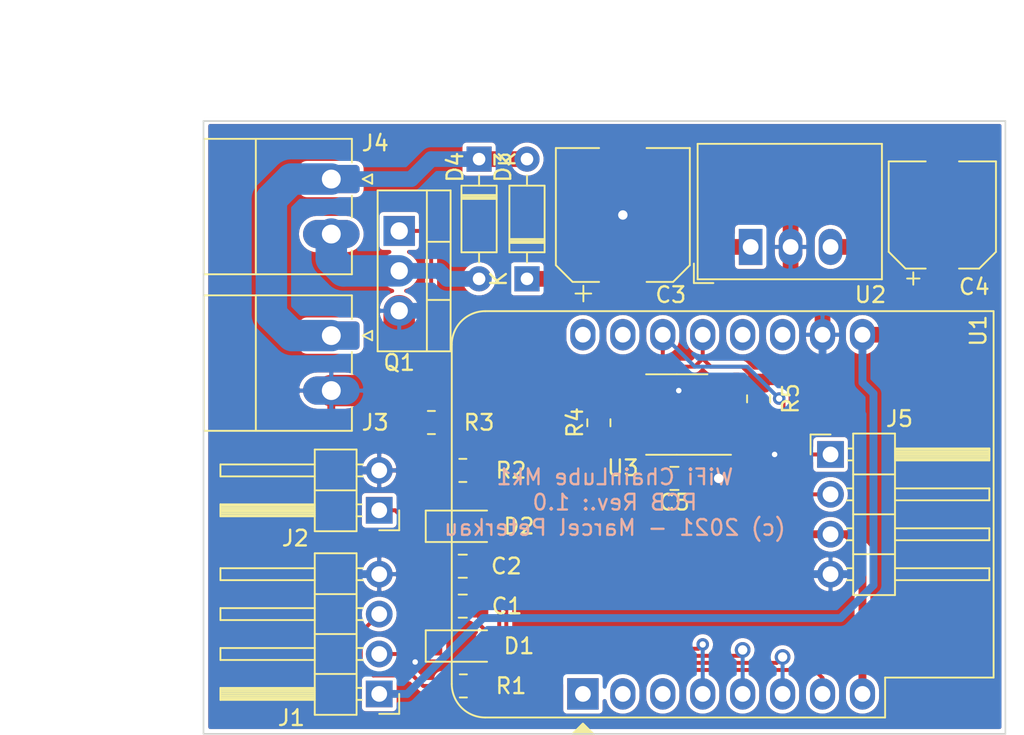
<source format=kicad_pcb>
(kicad_pcb (version 20211014) (generator pcbnew)

  (general
    (thickness 1.6)
  )

  (paper "A4")
  (layers
    (0 "F.Cu" signal)
    (31 "B.Cu" signal)
    (32 "B.Adhes" user "B.Adhesive")
    (33 "F.Adhes" user "F.Adhesive")
    (34 "B.Paste" user)
    (35 "F.Paste" user)
    (36 "B.SilkS" user "B.Silkscreen")
    (37 "F.SilkS" user "F.Silkscreen")
    (38 "B.Mask" user)
    (39 "F.Mask" user)
    (40 "Dwgs.User" user "User.Drawings")
    (41 "Cmts.User" user "User.Comments")
    (42 "Eco1.User" user "User.Eco1")
    (43 "Eco2.User" user "User.Eco2")
    (44 "Edge.Cuts" user)
    (45 "Margin" user)
    (46 "B.CrtYd" user "B.Courtyard")
    (47 "F.CrtYd" user "F.Courtyard")
    (48 "B.Fab" user)
    (49 "F.Fab" user)
  )

  (setup
    (pad_to_mask_clearance 0)
    (pcbplotparams
      (layerselection 0x00010fc_ffffffff)
      (disableapertmacros false)
      (usegerberextensions true)
      (usegerberattributes false)
      (usegerberadvancedattributes false)
      (creategerberjobfile false)
      (svguseinch false)
      (svgprecision 6)
      (excludeedgelayer true)
      (plotframeref false)
      (viasonmask false)
      (mode 1)
      (useauxorigin false)
      (hpglpennumber 1)
      (hpglpenspeed 20)
      (hpglpendiameter 15.000000)
      (dxfpolygonmode true)
      (dxfimperialunits true)
      (dxfusepcbnewfont true)
      (psnegative false)
      (psa4output false)
      (plotreference true)
      (plotvalue false)
      (plotinvisibletext false)
      (sketchpadsonfab false)
      (subtractmaskfromsilk true)
      (outputformat 1)
      (mirror false)
      (drillshape 0)
      (scaleselection 1)
      (outputdirectory "gerber/")
    )
  )

  (net 0 "")
  (net 1 "GND")
  (net 2 "Net-(C1-Pad1)")
  (net 3 "Net-(C2-Pad1)")
  (net 4 "Net-(C3-Pad1)")
  (net 5 "+5V")
  (net 6 "Net-(D1-Pad1)")
  (net 7 "Net-(D2-Pad1)")
  (net 8 "Net-(D3-Pad2)")
  (net 9 "Net-(D4-Pad2)")
  (net 10 "Net-(J1-Pad3)")
  (net 11 "Net-(Q1-Pad1)")
  (net 12 "Net-(R1-Pad2)")
  (net 13 "Net-(R2-Pad2)")
  (net 14 "Net-(U1-Pad2)")
  (net 15 "Net-(U1-Pad1)")
  (net 16 "Net-(U1-Pad3)")
  (net 17 "+3V3")
  (net 18 "Net-(U1-Pad15)")
  (net 19 "Net-(U1-Pad16)")
  (net 20 "Net-(J5-Pad2)")
  (net 21 "Net-(J5-Pad1)")
  (net 22 "Net-(U1-Pad11)")
  (net 23 "Net-(U1-Pad12)")

  (footprint "Capacitor_SMD:C_0805_2012Metric_Pad1.18x1.45mm_HandSolder" (layer "F.Cu") (at 124.9465 90.932 180))

  (footprint "Capacitor_SMD:C_0805_2012Metric_Pad1.18x1.45mm_HandSolder" (layer "F.Cu") (at 124.9465 88.392 180))

  (footprint "Diode_SMD:D_SOD-123" (layer "F.Cu") (at 124.842 85.852))

  (footprint "Resistor_SMD:R_0805_2012Metric_Pad1.20x1.40mm_HandSolder" (layer "F.Cu") (at 124.984 96.012))

  (footprint "Resistor_SMD:R_0805_2012Metric_Pad1.20x1.40mm_HandSolder" (layer "F.Cu") (at 124.952 82.296))

  (footprint "Connector_PinHeader_2.54mm:PinHeader_1x02_P2.54mm_Horizontal" (layer "F.Cu") (at 119.634 84.836 180))

  (footprint "Connector_PinHeader_2.54mm:PinHeader_1x04_P2.54mm_Horizontal" (layer "F.Cu") (at 119.634 96.52 180))

  (footprint "Module:WEMOS_D1_mini_light" (layer "F.Cu") (at 132.588 96.52 90))

  (footprint "Connector_Phoenix_MC:PhoenixContact_MC_1,5_2-G-3.5_1x02_P3.50mm_Horizontal" (layer "F.Cu") (at 116.586 73.716 -90))

  (footprint "Capacitor_SMD:CP_Elec_6.3x7.7" (layer "F.Cu") (at 155.448 66.04 90))

  (footprint "Resistor_SMD:R_0805_2012Metric_Pad1.20x1.40mm_HandSolder" (layer "F.Cu") (at 122.952 79.248 180))

  (footprint "Diode_SMD:D_SOD-123" (layer "F.Cu") (at 124.842 93.472))

  (footprint "Converter_DCDC:Converter_DCDC_RECOM_R-78E-0.5_THT" (layer "F.Cu") (at 143.256 68.072))

  (footprint "Package_TO_SOT_THT:TO-220-3_Vertical" (layer "F.Cu") (at 120.904 67.056 -90))

  (footprint "Capacitor_SMD:CP_Elec_8x10" (layer "F.Cu") (at 135.128 66.04 90))

  (footprint "Capacitor_SMD:C_0805_2012Metric_Pad1.18x1.45mm_HandSolder" (layer "F.Cu") (at 138.4085 82.804))

  (footprint "Diode_THT:D_DO-35_SOD27_P7.62mm_Horizontal" (layer "F.Cu") (at 129.032 70.104 90))

  (footprint "Resistor_SMD:R_0805_2012Metric_Pad1.20x1.40mm_HandSolder" (layer "F.Cu") (at 143.764 77.74 -90))

  (footprint "Resistor_SMD:R_0805_2012Metric_Pad1.20x1.40mm_HandSolder" (layer "F.Cu") (at 133.604 79.264 -90))

  (footprint "Package_SO:SOIC-8_3.9x4.9mm_P1.27mm" (layer "F.Cu") (at 138.557 78.74 180))

  (footprint "Connector_PinHeader_2.54mm:PinHeader_1x04_P2.54mm_Horizontal" (layer "F.Cu") (at 148.336 81.28))

  (footprint "Diode_THT:D_DO-35_SOD27_P7.62mm_Horizontal" (layer "F.Cu") (at 125.984 62.484 -90))

  (footprint "Connector_Phoenix_MC:PhoenixContact_MC_1,5_2-G-3.5_1x02_P3.50mm_Horizontal" (layer "F.Cu") (at 116.586 63.754 -90))

  (gr_line (start 159.458 99.06) (end 108.458 99.06) (layer "Edge.Cuts") (width 0.1) (tstamp 626679e8-6101-4722-ac57-5b8d9dab4c8b))
  (gr_line (start 108.458 60.06) (end 159.458 60.06) (layer "Edge.Cuts") (width 0.1) (tstamp 9f782c92-a5e8-49db-bfda-752b35522ce4))
  (gr_line (start 108.458 99.06) (end 108.458 60.06) (layer "Edge.Cuts") (width 0.1) (tstamp ccc4cc25-ac17-45ef-825c-e079951ffb21))
  (gr_line (start 159.458 60.06) (end 159.458 99.06) (layer "Edge.Cuts") (width 0.1) (tstamp da6f4122-0ecc-496f-b0fd-e4abef534976))
  (gr_text "WiFi ChainLube Mk1\nPCB Rev.: 1.0\n(c) 2021 - Marcel Peterkau" (at 134.62 84.328) (layer "B.SilkS") (tstamp 00000000-0000-0000-0000-000061de6936)
    (effects (font (size 1 1) (thickness 0.15)) (justify mirror))
  )
  (dimension (type aligned) (layer "Dwgs.User") (tstamp 7d0dab95-9e7a-486e-a1d7-fc48860fd57d)
    (pts (xy 108.458 99.06) (xy 108.458 60.06))
    (height -6.857999)
    (gr_text "39.0000 mm" (at 100.450001 79.56 90) (layer "Dwgs.User") (tstamp 7d0dab95-9e7a-486e-a1d7-fc48860fd57d)
      (effects (font (size 1 1) (thickness 0.15)))
    )
    (format (units 2) (units_format 1) (precision 4))
    (style (thickness 0.15) (arrow_length 1.27) (text_position_mode 0) (extension_height 0.58642) (extension_offset 0) keep_text_aligned)
  )
  (dimension (type aligned) (layer "Dwgs.User") (tstamp a7f25f41-0b4c-4430-b6cd-b2160b2db099)
    (pts (xy 108.458 60.06) (xy 159.458 60.06))
    (height -5.703999)
    (gr_text "51.0000 mm" (at 133.958 53.206001) (layer "Dwgs.User") (tstamp a7f25f41-0b4c-4430-b6cd-b2160b2db099)
      (effects (font (size 1 1) (thickness 0.15)))
    )
    (format (units 2) (units_format 1) (precision 4))
    (style (thickness 0.15) (arrow_length 1.27) (text_position_mode 0) (extension_height 0.58642) (extension_offset 0) keep_text_aligned)
  )

  (segment (start 139.446 78.232) (end 139.446 76.962) (width 0.25) (layer "F.Cu") (net 1) (tstamp 00000000-0000-0000-0000-000061de6816))
  (segment (start 139.573 78.105) (end 139.446 78.232) (width 0.25) (layer "F.Cu") (net 1) (tstamp 00000000-0000-0000-0000-000061de6819))
  (segment (start 141.032 78.105) (end 139.573 78.105) (width 0.25) (layer "F.Cu") (net 1) (tstamp 00000000-0000-0000-0000-000061de681c))
  (segment (start 139.446 79.629) (end 139.446 78.232) (width 0.25) (layer "F.Cu") (net 1) (tstamp 00000000-0000-0000-0000-000061de6912))
  (segment (start 139.7 79.375) (end 139.446 79.629) (width 0.25) (layer "F.Cu") (net 1) (tstamp 00000000-0000-0000-0000-000061de6915))
  (segment (start 141.032 79.375) (end 139.7 79.375) (width 0.25) (layer "F.Cu") (net 1) (tstamp 00000000-0000-0000-0000-000061de6918))
  (segment (start 139.446 80.772) (end 139.446 79.629) (width 0.25) (layer "F.Cu") (net 1) (tstamp 00000000-0000-0000-0000-000061de691b))
  (segment (start 139.573 76.835) (end 141.032 76.835) (width 0.25) (layer "F.Cu") (net 1) (tstamp 00000000-0000-0000-0000-000061de691e))
  (segment (start 139.446 76.962) (end 139.573 76.835) (width 0.25) (layer "F.Cu") (net 1) (tstamp 00000000-0000-0000-0000-000061de6924))
  (segment (start 139.573 80.645) (end 141.032 80.645) (width 0.25) (layer "F.Cu") (net 1) (tstamp 00000000-0000-0000-0000-000061de6927))
  (segment (start 139.446 82.804) (end 139.446 80.772) (width 0.25) (layer "F.Cu") (net 1) (tstamp 00000000-0000-0000-0000-000061de692a))
  (segment (start 136.082 79.375) (end 139.192 79.375) (width 0.25) (layer "F.Cu") (net 1) (tstamp 00000000-0000-0000-0000-000061de692d))
  (segment (start 139.192 79.375) (end 139.446 79.629) (width 0.25) (layer "F.Cu") (net 1) (tstamp 00000000-0000-0000-0000-000061de6930))
  (segment (start 139.446 80.772) (end 139.573 80.645) (width 0.25) (layer "F.Cu") (net 1) (tstamp 00000000-0000-0000-0000-000061de6933))
  (segment (start 145.796 69.596) (end 147.828 71.628) (width 1) (layer "F.Cu") (net 1) (tstamp 2a1de22d-6451-488d-af77-0bf8841bd695))
  (segment (start 145.796 66.04) (end 142.748 62.992) (width 1) (layer "F.Cu") (net 1) (tstamp 2c60448a-e30f-46b2-89e1-a44f51688efc))
  (segment (start 117.856 82.296) (end 119.634 82.296) (width 0.5) (layer "F.Cu") (net 1) (tstamp 4a54c707-7b6f-4a3d-a74d-5e3526114aba))
  (segment (start 116.586 81.026) (end 117.856 82.296) (width 0.5) (layer "F.Cu") (net 1) (tstamp 4aa97874-2fd2-414c-b381-9420384c2fd8))
  (segment (start 148.496 63.34) (end 145.796 66.04) (width 1) (layer "F.Cu") (net 1) (tstamp 4b1fce17-dec7-457e-ba3b-a77604e77dc9))
  (segment (start 139.446 82.804) (end 141.224 82.804) (width 0.5) (layer "F.Cu") (net 1) (tstamp 4cafb73d-1ad8-4d24-acf7-63d78095ae46))
  (segment (start 121.412 88.9) (end 121.92 88.392) (width 0.25) (layer "F.Cu") (net 1) (tstamp 53e34696-241f-47e5-a477-f469335c8a61))
  (segment (start 145.796 68.072) (end 145.796 69.596) (width 1) (layer "F.Cu") (net 1) (tstamp 6ac3ab53-7523-4805-bfd2-5de19dff127e))
  (segment (start 155.448 63.34) (end 148.496 63.34) (width 1) (layer "F.Cu") (net 1) (tstamp 869d6302-ae22-478f-9723-3feacbb12eef))
  (segment (start 119.634 88.9) (end 121.412 88.9) (width 0.25) (layer "F.Cu") (net 1) (tstamp 88002554-c459-46e5-8b22-6ea6fe07fd4c))
  (segment (start 121.92 88.392) (end 123.909 88.392) (width 0.25) (layer "F.Cu") (net 1) (tstamp 8cdc8ef9-532e-4bf5-9998-7213b9e692a2))
  (segment (start 142.748 62.992) (end 135.33 62.992) (width 1) (layer "F.Cu") (net 1) (tstamp 901440f4-e2a6-4447-83cc-f58a2b26f5c4))
  (segment (start 123.909 90.932) (end 123.909 88.392) (width 0.25) (layer "F.Cu") (net 1) (tstamp 9390234f-bf3f-46cd-b6a0-8a438ec76e9f))
  (segment (start 120.904 75.692) (end 120.904 72.136) (width 2) (layer "F.Cu") (net 1) (tstamp a07b6b2b-7179-4297-b163-5e47ffbe76d3))
  (segment (start 135.128 66.04) (end 135.128 62.79) (width 1) (layer "F.Cu") (net 1) (tstamp a0dee8e6-f88a-4f05-aba0-bab3aafdf2bc))
  (segment (start 147.828 71.628) (end 147.828 73.66) (width 1) (layer "F.Cu") (net 1) (tstamp a8219a78-6b33-4efa-a789-6a67ce8f7a50))
  (segment (start 119.38 77.216) (end 120.904 75.692) (width 2) (layer "F.Cu") (net 1) (tstamp d1a9be32-38ba-44e6-bc35-f031541ab1fe))
  (segment (start 121.952 81.756) (end 121.412 82.296) (width 0.25) (layer "F.Cu") (net 1) (tstamp d3e133b7-2c84-4206-a2b1-e693cb57fe56))
  (segment (start 145.796 68.072) (end 145.796 66.04) (width 1) (layer "F.Cu") (net 1) (tstamp d66d3c12-11ce-4566-9a45-962e329503d8))
  (segment (start 135.33 62.992) (end 135.128 62.79) (width 1) (layer "F.Cu") (net 1) (tstamp d7e5a060-eb57-4238-9312-26bc885fc97d))
  (segment (start 121.952 79.248) (end 121.952 81.756) (width 0.25) (layer "F.Cu") (net 1) (tstamp da481376-0e49-44d3-91b8-aaa39b869dd1))
  (segment (start 116.586 77.216) (end 116.586 81.026) (width 0.5) (layer "F.Cu") (net 1) (tstamp e1b88aa4-d887-4eea-83ff-5c009f4390c4))
  (segment (start 116.586 77.216) (end 119.38 77.216) (width 2) (layer "F.Cu") (net 1) (tstamp ebca7c5e-ae52-43e5-ac6c-69a96a9a5b24))
  (segment (start 121.412 82.296) (end 119.634 82.296) (width 0.25) (layer "F.Cu") (net 1) (tstamp f988d6ea-11c5-4837-b1d1-5c292ded50c6))
  (via (at 138.684 77.216) (size 0.7) (drill 0.35) (layers "F.Cu" "B.Cu") (net 1) (tstamp 2e0a9f64-1b78-4597-8d50-d12d2268a95a))
  (via (at 141.224 82.804) (size 1) (drill 0.6) (layers "F.Cu" "B.Cu") (net 1) (tstamp 49575217-40b0-4890-8acf-12982cca52b5))
  (via (at 121.92 94.488) (size 0.7) (drill 0.35) (layers "F.Cu" "B.Cu") (net 1) (tstamp 582622a2-fad4-4737-9a80-be9fffbba8ab))
  (via (at 144.78 81.28) (size 0.7) (drill 0.35) (layers "F.Cu" "B.Cu") (net 1) (tstamp 9aaeec6e-84fe-4644-b0bc-5de24626ff48))
  (via (at 135.128 66.04) (size 1) (drill 0.6) (layers "F.Cu" "B.Cu") (net 1) (tstamp f3044f68-903d-4063-b253-30d8e3a83eae))
  (segment (start 130.235998 66.04) (end 135.128 66.04) (width 1) (layer "B.Cu") (net 1) (tstamp 05f2859d-2820-4e84-b395-696011feb13b))
  (segment (start 148.336 88.9) (end 150.368 88.9) (width 0.5) (layer "B.Cu") (net 1) (tstamp 25bc3602-3fb4-4a04-94e3-21ba22562c24))
  (segment (start 144.272 87.884) (end 145.288 88.9) (width 0.5) (layer "B.Cu") (net 1) (tstamp 269f19c3-6824-45a8-be29-fa58d70cbb42))
  (segment (start 150.368 78.74) (end 147.828 76.2) (width 0.5) (layer "B.Cu") (net 1) (tstamp 283c990c-ae5a-4e41-a3ad-b40ca29fe90e))
  (segment (start 145.288 88.9) (end 148.336 88.9) (width 0.5) (layer "B.Cu") (net 1) (tstamp 38cfe839-c630-43d3-a9ec-6a89ba9e318a))
  (segment (start 126.86 72.136) (end 127.531999 71.464001) (width 1) (layer "B.Cu") (net 1) (tstamp 576f00e6-a1be-45d3-9b93-e26d9e0fe306))
  (segment (start 144.272 85.852) (end 144.272 87.884) (width 0.5) (layer "B.Cu") (net 1) (tstamp 5889287d-b845-4684-b23e-663811b25d27))
  (segment (start 116.84 88.138) (end 117.602 88.9) (width 0.5) (layer "B.Cu") (net 1) (tstamp 5a222fb6-5159-4931-9015-19df65643140))
  (segment (start 116.84 83.312) (end 116.84 88.138) (width 0.5) (layer "B.Cu") (net 1) (tstamp 691af561-538d-4e8f-a916-26cad45eb7d6))
  (segment (start 127.531999 71.464001) (end 127.531999 68.743999) (width 1) (layer "B.Cu") (net 1) (tstamp 713e0777-58b2-4487-baca-60d0ebed27c3))
  (segment (start 150.368 88.9) (end 150.368 78.74) (width 0.5) (layer "B.Cu") (net 1) (tstamp 7760a75a-d74b-4185-b34e-cbc7b2c339b6))
  (segment (start 117.602 88.9) (end 119.634 88.9) (width 0.5) (layer "B.Cu") (net 1) (tstamp 7ce7415d-7c22-49f6-8215-488853ccc8c6))
  (segment (start 127.531999 68.743999) (end 130.235998 66.04) (width 1) (layer "B.Cu") (net 1) (tstamp a8fb8ee0-623f-4870-a716-ecc88f37ef9a))
  (segment (start 117.856 82.296) (end 116.84 83.312) (width 0.5) (layer "B.Cu") (net 1) (tstamp b59f18ce-2e34-4b6e-b14d-8d73b8268179))
  (segment (start 119.634 82.296) (end 117.856 82.296) (width 0.5) (layer "B.Cu") (net 1) (tstamp b7bf6e08-7978-4190-aff5-c90d967f0f9c))
  (segment (start 141.224 82.804) (end 144.272 85.852) (width 0.5) (layer "B.Cu") (net 1) (tstamp be4b72db-0e02-4d9b-844a-aff689b4e648))
  (segment (start 147.828 76.2) (end 147.828 73.66) (width 0.5) (layer "B.Cu") (net 1) (tstamp c1bac86f-cbf6-4c5b-b60d-c26fa73d9c09))
  (segment (start 120.904 72.136) (end 126.86 72.136) (width 1) (layer "B.Cu") (net 1) (tstamp f19c9655-8ddb-411a-96dd-bd986870c3c6))
  (segment (start 126.492 93.472) (end 126.492 92.583) (width 0.25) (layer "F.Cu") (net 2) (tstamp 1dfbf353-5b24-4c0f-8322-8fcd514ae75e))
  (segment (start 126.492 92.583) (end 125.984 92.075) (width 0.25) (layer "F.Cu") (net 2) (tstamp 337e8520-cbd2-42c0-8d17-743bab17cbbd))
  (segment (start 127.002978 94.998978) (end 126.492 94.488) (width 0.25) (layer "F.Cu") (net 2) (tstamp 59fc765e-1357-4c94-9529-5635418c7d73))
  (segment (start 144.91301 94.54599) (end 145.288 94.171) (width 0.25) (layer "F.Cu") (net 2) (tstamp 6f580eb1-88cc-489d-a7ca-9efa5e590715))
  (segment (start 130.887608 94.99898) (end 131.340598 94.54599) (width 0.25) (layer "F.Cu") (net 2) (tstamp 89a8e170-a222-41c0-b545-c9f4c5604011))
  (segment (start 129.16198 94.99898) (end 130.887608 94.99898) (width 0.25) (layer "F.Cu") (net 2) (tstamp 9529c01f-e1cd-40be-b7f0-83780a544249))
  (segment (start 126.492 94.488) (end 126.492 93.472) (width 0.25) (layer "F.Cu") (net 2) (tstamp 96db52e2-6336-4f5e-846e-528c594d0509))
  (segment (start 131.340598 94.54599) (end 144.91301 94.54599) (width 0.25) (layer "F.Cu") (net 2) (tstamp b13e8448-bf35-4ec0-9c70-3f2250718cc2))
  (segment (start 125.984 92.075) (end 125.984 90.932) (width 0.25) (layer "F.Cu") (net 2) (tstamp e0c7ddff-8c90-465f-be62-21fb49b059fa))
  (segment (start 128.726972 94.998978) (end 127.002978 94.998978) (width 0.25) (layer "F.Cu") (net 2) (tstamp f0ff5d1c-5481-4958-b844-4f68a17d4166))
  (segment (start 128.726972 94.998978) (end 129.16198 94.99898) (width 0.25) (layer "F.Cu") (net 2) (tstamp fdc60c06-30fa-4dfb-96b4-809b755999e1))
  (via (at 145.288 94.171) (size 1) (drill 0.6) (layers "F.Cu" "B.Cu") (net 2) (tstamp d68e5ddb-039c-483f-88a3-1b0b7964b482))
  (segment (start 145.288 94.171) (end 145.288 96.52) (width 0.25) (layer "B.Cu") (net 2) (tstamp 5c7d6eaf-f256-4349-8203-d2e836872231))
  (segment (start 142.748 93.98) (end 142.63202 94.09598) (width 0.25) (layer "F.Cu") (net 3) (tstamp 10e52e95-44f3-4059-a86d-dcda603e0623))
  (segment (start 131.154197 94.095981) (end 130.701209 94.548969) (width 0.25) (layer "F.Cu") (net 3) (tstamp 252f1275-081d-4d77-8bd5-3b9e6916ef42))
  (segment (start 128.330969 94.548969) (end 127.267001 93.485001) (width 0.25) (layer "F.Cu") (net 3) (tstamp 62e8c4d4-266c-4e53-8981-1028251d724c))
  (segment (start 142.63202 94.09598) (end 131.154197 94.095981) (width 0.25) (layer "F.Cu") (net 3) (tstamp 6b91a3ee-fdcd-4bfe-ad57-c8d5ea9903a8))
  (segment (start 142.748 93.72099) (end 142.748 93.98) (width 0.25) (layer "F.Cu") (net 3) (tstamp 74f5ec08-7600-4a0b-a9e4-aae29f9ea08a))
  (segment (start 127.267001 88.913001) (end 126.746 88.392) (width 0.25) (layer "F.Cu") (net 3) (tstamp 98fe66f3-ec8b-4515-ae34-617f2124a7ec))
  (segment (start 130.701209 94.548969) (end 128.330969 94.548969) (width 0.25) (layer "F.Cu") (net 3) (tstamp bd793ae5-cde5-43f6-8def-1f95f35b1be6))
  (segment (start 126.492 86.868) (end 126.492 85.852) (width 0.25) (layer "F.Cu") (net 3) (tstamp c7df8431-dcf5-4ab4-b8f8-21c1cafc5246))
  (segment (start 125.984 87.376) (end 126.492 86.868) (width 0.25) (layer "F.Cu") (net 3) (tstamp d38aa458-d7c4-47af-ba08-2b6be506a3fd))
  (segment (start 125.984 88.392) (end 125.984 87.376) (width 0.25) (layer "F.Cu") (net 3) (tstamp dde8619c-5a8c-40eb-9845-65e6a654222d))
  (segment (start 126.746 88.392) (end 125.984 88.392) (width 0.25) (layer "F.Cu") (net 3) (tstamp e7d81bce-286e-41e4-9181-3511e9c0455e))
  (segment (start 127.267001 93.485001) (end 127.267001 88.913001) (width 0.25) (layer "F.Cu") (net 3) (tstamp fc3d51c1-8b35-4da3-a742-0ebe104989d7))
  (via (at 142.748 93.72099) (size 1) (drill 0.6) (layers "F.Cu" "B.Cu") (net 3) (tstamp 3a41dd27-ec14-44d5-b505-aad1d829f79a))
  (segment (start 142.748 96.52) (end 142.748 93.72099) (width 0.25) (layer "B.Cu") (net 3) (tstamp 0dfdfa9f-1e3f-4e14-b64b-12bde76a80c7))
  (segment (start 132.08 70.104) (end 129.032 70.104) (width 1) (layer "F.Cu") (net 4) (tstamp 0fc5db66-6188-4c1f-bb14-0868bef113eb))
  (segment (start 139.192 68.072) (end 137.974 69.29) (width 1) (layer "F.Cu") (net 4) (tstamp 142dd724-2a9f-4eea-ab21-209b1bc7ec65))
  (segment (start 135.128 69.29) (end 132.894 69.29) (width 1) (layer "F.Cu") (net 4) (tstamp 15a82541-58d8-45b5-99c5-fb52e017e3ea))
  (segment (start 137.974 69.29) (end 135.128 69.29) (width 1) (layer "F.Cu") (net 4) (tstamp 3c8d03bf-f31d-4aa0-b8db-a227ffd7d8d6))
  (segment (start 132.894 69.29) (end 132.08 70.104) (width 1) (layer "F.Cu") (net 4) (tstamp 3d6cdd62-5634-4e30-acf8-1b9c1dbf6653))
  (segment (start 143.256 68.072) (end 139.192 68.072) (width 1) (layer "F.Cu") (net 4) (tstamp e70b6168-f98e-4322-bc55-500948ef7b77))
  (segment (start 154.432 73.66) (end 150.368 73.66) (width 1) (layer "F.Cu") (net 5) (tstamp 20caf6d2-76a7-497e-ac56-f6d31eb9027b))
  (segment (start 155.448 72.644) (end 154.432 73.66) (width 1) (layer "F.Cu") (net 5) (tstamp 2f291a4b-4ecb-4692-9ad2-324f9784c0d4))
  (segment (start 155.448 68.74) (end 155.448 72.644) (width 1) (layer "F.Cu") (net 5) (tstamp 759788bd-3cb9-4d38-b58c-5cb10b7dca6b))
  (segment (start 148.336 68.072) (end 151.892 68.072) (width 1) (layer "F.Cu") (net 5) (tstamp bb59b92a-e4d0-4b9e-82cd-26304f5c15b8))
  (segment (start 151.892 68.072) (end 152.56 68.74) (width 1) (layer "F.Cu") (net 5) (tstamp f44d04c5-0d17-4d52-8328-ef3b4fdfba5f))
  (segment (start 152.56 68.74) (end 155.448 68.74) (width 1) (layer "F.Cu") (net 5) (tstamp f6983918-fe05-46ea-b355-bc522ec53440))
  (segment (start 126.238 91.694) (end 148.97402 91.694) (width 0.5) (layer "B.Cu") (net 5) (tstamp 1ab71a3c-340b-469a-ada5-4f87f0b7b2fa))
  (segment (start 151.06801 77.40801) (end 150.368 76.708) (width 0.5) (layer "B.Cu") (net 5) (tstamp 319639ae-c2c5-486d-93b1-d03bb1b64252))
  (segment (start 121.412 96.52) (end 125.222 92.71) (width 0.5) (layer "B.Cu") (net 5) (tstamp 3a70978e-dcc2-4620-a99c-514362812927))
  (segment (start 125.222 92.71) (end 125.984 91.948) (width 0.5) (layer "B.Cu") (net 5) (tstamp 62a1f3d4-027d-4ecf-a37a-6fcf4263e9d2))
  (segment (start 150.368 76.708) (end 150.368 73.66) (width 0.5) (layer "B.Cu") (net 5) (tstamp a5c8e189-1ddc-4a66-984b-e0fd1529d346))
  (segment (start 148.97402 91.694) (end 151.06801 89.60001) (width 0.5) (layer "B.Cu") (net 5) (tstamp c71f56c1-5b7c-4373-9716-fffac482104c))
  (segment (start 125.222 92.71) (end 126.238 91.694) (width 0.5) (layer "B.Cu") (net 5) (tstamp dbe92a0d-89cb-4d3f-9497-c2c1d93a3018))
  (segment (start 119.634 96.52) (end 121.412 96.52) (width 0.5) (layer "B.Cu") (net 5) (tstamp f447e585-df78-4239-b8cb-4653b3837bb1))
  (segment (start 151.06801 89.60001) (end 151.06801 77.40801) (width 0.5) (layer "B.Cu") (net 5) (tstamp fc4ad874-c922-4070-89f9-7262080469d8))
  (segment (start 121.412 93.472) (end 123.192 93.472) (width 0.25) (layer "F.Cu") (net 6) (tstamp 13bbfffc-affb-4b43-9eb1-f2ed90a8a919))
  (segment (start 120.904 93.98) (end 121.412 93.472) (width 0.25) (layer "F.Cu") (net 6) (tstamp 71f8d568-0f23-4ff2-8e60-1600ce517a48))
  (segment (start 119.634 93.98) (end 120.904 93.98) (width 0.25) (layer "F.Cu") (net 6) (tstamp 97581b9a-3f6b-4e88-8768-6fdb60e6aca6))
  (segment (start 121.666 85.852) (end 123.192 85.852) (width 0.25) (layer "F.Cu") (net 7) (tstamp 01f82238-6335-48fe-8b0a-6853e227345a))
  (segment (start 120.65 84.836) (end 121.666 85.852) (width 0.25) (layer "F.Cu") (net 7) (tstamp 0e249018-17e7-42b3-ae5d-5ebf3ae299ae))
  (segment (start 119.634 84.836) (end 120.65 84.836) (width 0.25) (layer "F.Cu") (net 7) (tstamp 7c00778a-4692-4f9b-87d5-2d355077ce1e))
  (segment (start 129.032 62.484) (end 125.984 62.484) (width 1) (layer "F.Cu") (net 8) (tstamp e300709f-6c72-488d-a598-efcbd6d3af54))
  (segment (start 125.984 62.484) (end 122.936 62.484) (width 1) (layer "B.Cu") (net 8) (tstamp 52a8f1be-73ca-41a8-bc24-2320706b0ec1))
  (segment (start 116.586 73.716) (end 114.102 73.716) (width 2) (layer "B.Cu") (net 8) (tstamp 63489ebf-0f52-43a6-a0ab-158b1a7d4988))
  (segment (start 112.776 72.39) (end 112.776 65.024) (width 2) (layer "B.Cu") (net 8) (tstamp 7db990e4-92e1-4f99-b4d2-435bbec1ba83))
  (segment (start 112.776 65.024) (end 114.046 63.754) (width 2) (layer "B.Cu") (net 8) (tstamp 8efee08b-b92e-4ba6-8722-c058e18114fe))
  (segment (start 114.046 63.754) (end 116.586 63.754) (width 2) (layer "B.Cu") (net 8) (tstamp cd5e758d-cb66-484a-ae8b-21f53ceee49e))
  (segment (start 122.936 62.484) (end 121.666 63.754) (width 1) (layer "B.Cu") (net 8) (tstamp d102186a-5b58-41d0-9985-3dbb3593f397))
  (segment (start 121.666 63.754) (end 116.586 63.754) (width 1) (layer "B.Cu") (net 8) (tstamp e36988d2-ecb2-461b-a443-7006f447e828))
  (segment (start 114.102 73.716) (end 112.776 72.39) (width 2) (layer "B.Cu") (net 8) (tstamp e6d68f56-4a40-4849-b8d1-13d5ca292900))
  (segment (start 120.904 69.596) (end 123.444 69.596) (width 1) (layer "B.Cu") (net 9) (tstamp 6d0c9e39-9878-44c8-8283-9a59e45006fa))
  (segment (start 116.586 67.254) (end 116.586 68.834) (width 2) (layer "B.Cu") (net 9) (tstamp 7c2008c8-0626-4a09-a873-065e83502a0e))
  (segment (start 116.586 68.834) (end 117.348 69.596) (width 2) (layer "B.Cu") (net 9) (tstamp 7c411b3e-aca2-424f-b644-2d21c9d80fa7))
  (segment (start 123.952 70.104) (end 125.984 70.104) (width 1) (layer "B.Cu") (net 9) (tstamp 9c607e49-ee5c-4e85-a7da-6fede9912412))
  (segment (start 123.444 69.596) (end 123.952 70.104) (width 1) (layer "B.Cu") (net 9) (tstamp e5e5220d-5b7e-47da-a902-b997ec8d4d58))
  (segment (start 117.348 69.596) (end 120.904 69.596) (width 2) (layer "B.Cu") (net 9) (tstamp f4a8afbe-ed68-4253-959f-6be4d2cbf8c5))
  (segment (start 123.984 96.012) (end 122.428 96.012) (width 0.25) (layer "F.Cu") (net 10) (tstamp 0cbeb329-a88d-4a47-a5c2-a1d693de2f8c))
  (segment (start 122.428 96.012) (end 121.760999 95.344999) (width 0.25) (layer "F.Cu") (net 10) (tstamp 443bc73a-8dc0-4e2f-a292-a5eff00efa5b))
  (segment (start 118.458999 92.615001) (end 119.634 91.44) (width 0.25) (layer "F.Cu") (net 10) (tstamp 810ed4ff-ffe2-4032-9af6-fb5ada3bae5b))
  (segment (start 121.760999 95.344999) (end 119.259997 95.344999) (width 0.25) (layer "F.Cu") (net 10) (tstamp eac8d865-0226-4958-b547-6b5592f39713))
  (segment (start 119.259997 95.344999) (end 118.458999 94.544001) (width 0.25) (layer "F.Cu") (net 10) (tstamp f2480d0c-9b08-4037-9175-b2369af04d4c))
  (segment (start 118.458999 94.544001) (end 118.458999 92.615001) (width 0.25) (layer "F.Cu") (net 10) (tstamp f345e52a-8e0a-425a-b438-90809dd3b799))
  (segment (start 122.936 74.676) (end 122.936 67.564) (width 0.25) (layer "F.Cu") (net 11) (tstamp 014d13cd-26ad-4d0e-86ad-a43b541cab14))
  (segment (start 122.936 67.564) (end 122.428 67.056) (width 0.25) (layer "F.Cu") (net 11) (tstamp 633292d3-80c5-4986-be82-ce926e9f09f4))
  (segment (start 122.428 67.056) (end 120.904 67.056) (width 0.25) (layer "F.Cu") (net 11) (tstamp 7744b6ee-910d-401d-b730-65c35d3d8092))
  (segment (start 123.952 79.248) (end 123.952 75.692) (width 0.25) (layer "F.Cu") (net 11) (tstamp 83021f70-e61e-4ad3-bae7-b9f02b28be4f))
  (segment (start 123.952 75.692) (end 122.936 74.676) (width 0.25) (layer "F.Cu") (net 11) (tstamp a25b7e01-1754-4cc9-8a14-3d9c461e5af5))
  (segment (start 123.952 82.296) (end 123.952 79.248) (width 0.25) (layer "F.Cu") (net 11) (tstamp cc75e5ae-3348-4e7a-bd16-4df685ee47bd))
  (segment (start 147.32 94.996) (end 147.828 95.504) (width 0.25) (layer "F.Cu") (net 12) (tstamp 1427bb3f-0689-4b41-a816-cd79a5202fd0))
  (segment (start 147.828 95.504) (end 147.828 96.52) (width 0.25) (layer "F.Cu") (net 12) (tstamp 78f9c3d3-3556-46f6-9744-05ad54b330f0))
  (segment (start 127.707008 95.44899) (end 131.074008 95.44899) (width 0.25) (layer "F.Cu") (net 12) (tstamp 89c9afdc-c346-4300-a392-5f9dd8c1e5bd))
  (segment (start 131.526998 94.996) (end 147.32 94.996) (width 0.25) (layer "F.Cu") (net 12) (tstamp 8b7bbefd-8f78-41f8-809c-2534a5de3b39))
  (segment (start 125.984 96.012) (end 127.143998 96.012) (width 0.25) (layer "F.Cu") (net 12) (tstamp b854a395-bfc6-4140-9640-75d4f9296771))
  (segment (start 127.143998 96.012) (end 127.707008 95.44899) (width 0.25) (layer "F.Cu") (net 12) (tstamp d0cd3439-276c-41ba-b38d-f84f6da38415))
  (segment (start 127.706999 95.448999) (end 127.707008 95.44899) (width 0.25) (layer "F.Cu") (net 12) (tstamp dda1e6ca-91ec-4136-b90b-3c54d79454b9))
  (segment (start 131.074008 95.44899) (end 131.526998 94.996) (width 0.25) (layer "F.Cu") (net 12) (tstamp f5bf5b4a-5213-48af-a5cd-0d67969d2de6))
  (segment (start 127.267001 82.563001) (end 127.267001 88.276591) (width 0.25) (layer "F.Cu") (net 13) (tstamp 14094ad2-b562-4efa-8c6f-51d7a3134345))
  (segment (start 130.967798 93.645972) (end 139.933008 93.645972) (width 0.25) (layer "F.Cu") (net 13) (tstamp 1cb22080-0f59-4c18-a6e6-8685ef44ec53))
  (segment (start 127.267001 88.276591) (end 127.71701 88.7266) (width 0.25) (layer "F.Cu") (net 13) (tstamp 590fefcc-03e7-45d6-b6c9-e51a7c3c36c4))
  (segment (start 125.952 82.296) (end 127 82.296) (width 0.25) (layer "F.Cu") (net 13) (tstamp 59cb2966-1e9c-4b3b-b3c8-7499378d8dde))
  (segment (start 130.514809 94.098959) (end 130.967796 93.645972) (width 0.25) (layer "F.Cu") (net 13) (tstamp 5ff19d63-2cb4-438b-93c4-e66d37a05329))
  (segment (start 130.967796 93.645972) (end 130.967798 93.645972) (width 0.25) (layer "F.Cu") (net 13) (tstamp 616287d9-a51f-498c-8b91-be46a0aa3a7f))
  (segment (start 127.71701 88.7266) (end 127.71701 93.17301) (width 0.25) (layer "F.Cu") (net 13) (tstamp 637f12be-fa48-4ce4-96b2-04c21a8795c8))
  (segment (start 139.933008 93.645972) (end 140.208 93.37098) (width 0.25) (layer "F.Cu") (net 13) (tstamp 8bdea5f6-7a53-427a-92b8-fd15994c2e8c))
  (segment (start 127 82.296) (end 127.267001 82.563001) (width 0.25) (layer "F.Cu") (net 13) (tstamp cbebc05a-c4dd-4baf-8c08-196e84e08b27))
  (segment (start 127.71701 93.17301) (end 128.642959 94.098959) (width 0.25) (layer "F.Cu") (net 13) (tstamp f7447e92-4293-41c4-be3f-69b30aad1f17))
  (segment (start 128.642959 94.098959) (end 130.514809 94.098959) (width 0.25) (layer "F.Cu") (net 13) (tstamp fa00d3f4-bb71-4b1d-aa40-ae9267e2c41f))
  (via (at 140.208 93.37098) (size 0.8) (drill 0.4) (layers "F.Cu" "B.Cu") (net 13) (tstamp a599509f-fbb9-4db4-9adf-9e96bab1138d))
  (segment (start 140.208 96.52) (end 140.208 93.37098) (width 0.25) (layer "B.Cu") (net 13) (tstamp 701e1517-e8cf-46f4-b538-98e721c97380))
  (segment (start 137.414 80.645) (end 136.082 80.645) (width 0.25) (layer "F.Cu") (net 17) (tstamp 00000000-0000-0000-0000-000061de6903))
  (segment (start 137.668 81.534) (end 137.668 80.899) (width 0.25) (layer "F.Cu") (net 17) (tstamp 00000000-0000-0000-0000-000061de6906))
  (segment (start 137.371 82.804) (end 137.371 81.831) (width 0.25) (layer "F.Cu") (net 17) (tstamp 00000000-0000-0000-0000-000061de6909))
  (segment (start 137.668 80.899) (end 137.414 80.645) (width 0.25) (layer "F.Cu") (net 17) (tstamp 00000000-0000-0000-0000-000061de690c))
  (segment (start 137.371 81.831) (end 137.668 81.534) (width 0.25) (layer "F.Cu") (net 17) (tstamp 00000000-0000-0000-0000-000061de690f))
  (segment (start 138.684 85.344) (end 144.78 85.344) (width 0.5) (layer "F.Cu") (net 17) (tstamp 0cc9bf07-55b9-458f-b8aa-41b2f51fa940))
  (segment (start 143.764 78.74) (end 143.764 81.788) (width 0.5) (layer "F.Cu") (net 17) (tstamp 2165c9a4-eb84-4cb6-a870-2fdc39d2511b))
  (segment (start 133.604 80.264) (end 133.604 82.296) (width 0.5) (layer "F.Cu") (net 17) (tstamp 2de1ffee-2174-41d2-8969-68b8d21e5a7d))
  (segment (start 150.368 88.9) (end 150.368 87.376) (width 0.5) (layer "F.Cu") (net 17) (tstamp 34c0bee6-7425-4435-8857-d1fe8dfb6d89))
  (segment (start 144.78 85.344) (end 145.796 85.344) (width 0.5) (layer "F.Cu") (net 17) (tstamp 363945f6-fbef-42be-99cf-4a8a48434d92))
  (segment (start 150.368 96.52) (end 150.368 88.9) (width 0.5) (layer "F.Cu") (net 17) (tstamp 6cb535a7-247d-4f99-997d-c21b160eadfa))
  (segment (start 137.371 82.804) (end 137.371 84.031) (width 0.5) (layer "F.Cu") (net 17) (tstamp 6cb93665-0bcd-4104-8633-fffd1811eee0))
  (segment (start 149.352 86.36) (end 150.368 87.376) (width 0.5) (layer "F.Cu") (net 17) (tstamp 7c5f3091-7791-43b3-8d50-43f6a72274c9))
  (segment (start 133.604 82.296) (end 134.112 82.804) (width 0.5) (layer "F.Cu") (net 17) (tstamp 7f2b3ce3-2f20-426d-b769-e0329b6a8111))
  (segment (start 148.336 86.36) (end 146.812 86.36) (width 0.5) (layer "F.Cu") (net 17) (tstamp 84d4e166-b429-409a-ab37-c6a10fd82ff5))
  (segment (start 143.764 84.328) (end 144.78 85.344) (width 0.5) (layer "F.Cu") (net 17) (tstamp 8ac400bf-c9b3-4af4-b0a7-9aa9ab4ad17e))
  (segment (start 143.764 81.788) (end 143.764 84.328) (width 0.5) (layer "F.Cu") (net 17) (tstamp 97dcf785-3264-40a1-a36e-8842acab24fb))
  (segment (start 134.112 82.804) (end 137.371 82.804) (width 0.5) (layer "F.Cu") (net 17) (tstamp a7f2e97b-29f3-44fd-bf8a-97a3c1528b61))
  (segment (start 137.371 84.031) (end 138.684 85.344) (width 0.5) (layer "F.Cu") (net 17) (tstamp e0830067-5b66-4ce1-b2d1-aaa8af20baf7))
  (segment (start 146.812 86.36) (end 145.796 85.344) (width 0.5) (layer "F.Cu") (net 17) (tstamp e87738fc-e372-4c48-9de9-398fd8b4874c))
  (segment (start 148.336 86.36) (end 149.352 86.36) (width 0.5) (layer "F.Cu") (net 17) (tstamp f5c43e09-08d6-4a29-a53a-3b9ea7fb34cd))
  (segment (start 146.812 83.82) (end 146.304 83.312) (width 0.25) (layer "F.Cu") (net 20) (tstamp 212bf70c-2324-47d9-8700-59771063baeb))
  (segment (start 133.763 78.105) (end 133.604 78.264) (width 0.25) (layer "F.Cu") (net 20) (tstamp 241e0c85-4796-48eb-a5a0-1c0f2d6e5910))
  (segment (start 136.082 78.105) (end 133.763 78.105) (width 0.25) (layer "F.Cu") (net 20) (tstamp 386ad9e3-71fa-420f-8722-88548b024fc5))
  (segment (start 134.112 75.692) (end 137.16 75.692) (width 0.25) (layer "F.Cu") (net 20) (tstamp 5d49e9a6-41dd-4072-adde-ef1036c1979b))
  (segment (start 146.304 81.40841) (end 145.34599 80.4504) (width 0.25) (layer "F.Cu") (net 20) (tstamp 6a2bcc72-047b-4846-8583-1109e3552669))
  (segment (start 133.604 78.264) (end 133.604 76.2) (width 0.25) (layer "F.Cu") (net 20) (tstamp 7f9683c1-2203-43df-8fa1-719a0dc360df))
  (segment (start 137.16 75.692) (end 137.668 75.184) (width 0.25) (layer "F.Cu") (net 20) (tstamp 87a1984f-543d-4f2e-ad8a-7a3a24ee6047))
  (segment (start 137.668 73.66) (end 137.668 74.676) (width 0.25) (layer "F.Cu") (net 20) (tstamp 8cb2cd3a-4ef9-4ae5-b6bc-2b1d16f657d6))
  (segment (start 137.668 75.184) (end 137.668 73.66) (width 0.25) (layer "F.Cu") (net 20) (tstamp b0054ce1-b60e-41de-a6a2-bf712784dd39))
  (segment (start 146.304 83.312) (end 146.304 81.40841) (width 0.25) (layer "F.Cu") (net 20) (tstamp be2983fa-f06e-485e-bea1-3dd96b916ec5))
  (segment (start 145.34599 80.4504) (end 145.34599 77.99899) (width 0.25) (layer "F.Cu") (net 20) (tstamp c873689a-d206-42f5-aead-9199b4d63f51))
  (segment (start 133.604 76.2) (end 134.112 75.692) (width 0.25) (layer "F.Cu") (net 20) (tstamp c8ab8246-b2bb-4b06-b45e-2548482466fd))
  (segment (start 145.34599 77.99899) (end 145.071 77.724) (width 0.25) (layer "F.Cu") (net 20) (tstamp cee2f43a-7d22-4585-a857-73949bd17a9d))
  (segment (start 148.336 83.82) (end 146.812 83.82) (width 0.25) (layer "F.Cu") (net 20) (tstamp dc1d84c8-33da-4489-be8e-2a1de3001779))
  (via (at 145.071 77.724) (size 0.8) (drill 0.4) (layers "F.Cu" "B.Cu") (net 20) (tstamp 44035e53-ff94-45ad-801f-55a1ce042a0d))
  (segment (start 143.039 75.692) (end 139.7 75.692) (width 0.25) (layer "B.Cu") (net 20) (tstamp 430d6d73-9de6-41ca-b788-178d709f4aae))
  (segment (start 145.071 77.724) (end 143.039 75.692) (width 0.25) (layer "B.Cu") (net 20) (tstamp 775e8983-a723-43c5-bf00-61681f0840f3))
  (segment (start 139.7 75.692) (end 137.668 73.66) (width 0.25) (layer "B.Cu") (net 20) (tstamp a0e7a81b-2259-4f8d-8368-ba75f2004714))
  (segment (start 145.796 77.216) (end 145.796 80.264) (width 0.25) (layer "F.Cu") (net 21) (tstamp 1b023dd4-5185-4576-b544-68a05b9c360b))
  (segment (start 140.208 75.184) (end 139.7 75.692) (width 0.25) (layer "F.Cu") (net 21) (tstamp 3249bd81-9fd4-4194-9b4f-2e333b2195b8))
  (segment (start 142.716 75.692) (end 140.716 75.692) (width 0.25) (layer "F.Cu") (net 21) (tstamp 347562f5-b152-4e7b-8a69-40ca6daaaad4))
  (segment (start 140.208 74.168) (end 140.208 73.66) (width 0.25) (layer "F.Cu") (net 21) (tstamp 3efa2ece-8f3f-4a8c-96e9-6ab3ec6f1f70))
  (segment (start 136.082 76.835) (end 137.541 76.835) (width 0.25) (layer "F.Cu") (net 21) (tstamp 70d34adf-9bd8-469e-8c77-5c0d7adf511e))
  (segment (start 139.7 75.692) (end 138.684 75.692) (width 0.25) (layer "F.Cu") (net 21) (tstamp 718e5c6d-0e4c-46d8-a149-2f2bfc54c7f1))
  (segment (start 137.541 76.835) (end 138.684 75.692) (width 0.25) (layer "F.Cu") (net 21) (tstamp 76afa8e0-9b3a-439d-843c-ad039d3b6354))
  (segment (start 145.32 76.74) (end 145.796 77.216) (width 0.25) (layer "F.Cu") (net 21) (tstamp 90f81af1-b6de-44aa-a46b-6504a157ce6c))
  (segment (start 145.796 80.264) (end 146.812 81.28) (width 0.25) (layer "F.Cu") (net 21) (tstamp 946404ba-9297-43ec-9d67-30184041145f))
  (segment (start 143.764 76.74) (end 145.32 76.74) (width 0.25) (layer "F.Cu") (net 21) (tstamp 9e0e6fc0-a269-4822-b93d-4c5e6689ff11))
  (segment (start 146.812 81.28) (end 148.336 81.28) (width 0.25) (layer "F.Cu") (net 21) (tstamp a64aeb89-c24a-493b-9aab-87a6be930bde))
  (segment (start 143.764 76.74) (end 142.716 75.692) (width 0.25) (layer "F.Cu") (net 21) (tstamp cb083d38-4f11-4a80-8b19-ab751c405e4a))
  (segment (start 140.716 75.692) (end 140.208 75.184) (width 0.25) (layer "F.Cu") (net 21) (tstamp cbde200f-1075-469a-89f8-abbdcf30e36a))
  (segment (start 140.208 75.184) (end 140.208 73.66) (width 0.25) (layer "F.Cu") (net 21) (tstamp f50dae73-c5b5-475d-ac8c-5b555be54fa3))

  (zone (net 1) (net_name "GND") (layer "F.Cu") (tstamp 00000000-0000-0000-0000-000061d34d22) (hatch edge 0.508)
    (connect_pads (clearance 0.254))
    (min_thickness 0.254)
    (fill yes (thermal_gap 0.254) (thermal_bridge_width 0.255))
    (polygon
      (pts
        (xy 159.512 99.06)
        (xy 108.458 99.06)
        (xy 108.458 59.944)
        (xy 159.512 59.944)
      )
    )
    (filled_polygon
      (layer "F.Cu")
      (pts
        (xy 159.081001 98.629)
        (xy 108.889 98.629)
        (xy 108.889 92.615001)
        (xy 117.950552 92.615001)
        (xy 117.953 92.639857)
        (xy 117.952999 94.519155)
        (xy 117.950552 94.544001)
        (xy 117.952999 94.568847)
        (xy 117.952999 94.568854)
        (xy 117.960321 94.643193)
        (xy 117.989254 94.738575)
        (xy 118.03624 94.82648)
        (xy 118.099472 94.903528)
        (xy 118.118784 94.919377)
        (xy 118.560198 95.360792)
        (xy 118.513289 95.399289)
        (xy 118.465678 95.457304)
        (xy 118.430299 95.523492)
        (xy 118.408513 95.595311)
        (xy 118.401157 95.67)
        (xy 118.401157 97.37)
        (xy 118.408513 97.444689)
        (xy 118.430299 97.516508)
        (xy 118.465678 97.582696)
        (xy 118.513289 97.640711)
        (xy 118.571304 97.688322)
        (xy 118.637492 97.723701)
        (xy 118.709311 97.745487)
        (xy 118.784 97.752843)
        (xy 120.484 97.752843)
        (xy 120.558689 97.745487)
        (xy 120.630508 97.723701)
        (xy 120.696696 97.688322)
        (xy 120.754711 97.640711)
        (xy 120.802322 97.582696)
        (xy 120.837701 97.516508)
        (xy 120.859487 97.444689)
        (xy 120.866843 97.37)
        (xy 120.866843 95.850999)
        (xy 121.551408 95.850999)
        (xy 122.052628 96.35222)
        (xy 122.068473 96.371527)
        (xy 122.145521 96.434759)
        (xy 122.233425 96.481745)
        (xy 122.328807 96.510678)
        (xy 122.428 96.520448)
        (xy 122.452854 96.518)
        (xy 123.006672 96.518)
        (xy 123.013317 96.585462)
        (xy 123.049329 96.704179)
        (xy 123.10781 96.813589)
        (xy 123.186512 96.909488)
        (xy 123.282411 96.98819)
        (xy 123.391821 97.046671)
        (xy 123.510538 97.082683)
        (xy 123.633999 97.094843)
        (xy 124.334001 97.094843)
        (xy 124.457462 97.082683)
        (xy 124.576179 97.046671)
        (xy 124.685589 96.98819)
        (xy 124.781488 96.909488)
        (xy 124.86019 96.813589)
        (xy 124.918671 96.704179)
        (xy 124.954683 96.585462)
        (xy 124.966843 96.462001)
        (xy 124.966843 95.561999)
        (xy 124.954683 95.438538)
        (xy 124.918671 95.319821)
        (xy 124.86019 95.210411)
        (xy 124.781488 95.114512)
        (xy 124.685589 95.03581)
        (xy 124.576179 94.977329)
        (xy 124.457462 94.941317)
        (xy 124.334001 94.929157)
        (xy 123.633999 94.929157)
        (xy 123.510538 94.941317)
        (xy 123.391821 94.977329)
        (xy 123.282411 95.03581)
        (xy 123.186512 95.114512)
        (xy 123.10781 95.210411)
        (xy 123.049329 95.319821)
        (xy 123.013317 95.438538)
        (xy 123.006672 95.506)
        (xy 122.637592 95.506)
        (xy 122.136375 95.004784)
        (xy 122.120526 94.985472)
        (xy 122.043478 94.92224)
        (xy 121.955574 94.875254)
        (xy 121.860192 94.846321)
        (xy 121.785853 94.838999)
        (xy 121.785845 94.838999)
        (xy 121.760999 94.836552)
        (xy 121.736153 94.838999)
        (xy 120.515898 94.838999)
        (xy 120.59018 94.764717)
        (xy 120.724898 94.563097)
        (xy 120.756832 94.486)
        (xy 120.879154 94.486)
        (xy 120.904 94.488447)
        (xy 120.928846 94.486)
        (xy 120.928854 94.486)
        (xy 121.003193 94.478678)
        (xy 121.098575 94.449745)
        (xy 121.186479 94.402759)
        (xy 121.263527 94.339527)
        (xy 121.279376 94.320215)
        (xy 121.621592 93.978)
        (xy 122.359157 93.978)
        (xy 122.359157 94.072)
        (xy 122.366513 94.146689)
        (xy 122.388299 94.218508)
        (xy 122.423678 94.284696)
        (xy 122.471289 94.342711)
        (xy 122.529304 94.390322)
        (xy 122.595492 94.425701)
        (xy 122.667311 94.447487)
        (xy 122.742 94.454843)
        (xy 123.642 94.454843)
        (xy 123.716689 94.447487)
        (xy 123.788508 94.425701)
        (xy 123.854696 94.390322)
        (xy 123.912711 94.342711)
        (xy 123.960322 94.284696)
        (xy 123.995701 94.218508)
        (xy 124.017487 94.146689)
        (xy 124.024843 94.072)
        (xy 124.024843 92.872)
        (xy 124.017487 92.797311)
        (xy 123.995701 92.725492)
        (xy 123.960322 92.659304)
        (xy 123.912711 92.601289)
        (xy 123.854696 92.553678)
        (xy 123.788508 92.518299)
        (xy 123.716689 92.496513)
        (xy 123.642 92.489157)
        (xy 122.742 92.489157)
        (xy 122.667311 92.496513)
        (xy 122.595492 92.518299)
        (xy 122.529304 92.553678)
        (xy 122.471289 92.601289)
        (xy 122.423678 92.659304)
        (xy 122.388299 92.725492)
        (xy 122.366513 92.797311)
        (xy 122.359157 92.872)
        (xy 122.359157 92.966)
        (xy 121.436845 92.966)
        (xy 121.411999 92.963553)
        (xy 121.387153 92.966)
        (xy 121.387146 92.966)
        (xy 121.322694 92.972348)
        (xy 121.312806 92.973322)
        (xy 121.302152 92.976554)
        (xy 121.217425 93.002255)
        (xy 121.129521 93.049241)
        (xy 121.052473 93.112473)
        (xy 121.036628 93.13178)
        (xy 120.738549 93.42986)
        (xy 120.724898 93.396903)
        (xy 120.59018 93.195283)
        (xy 120.418717 93.02382)
        (xy 120.217097 92.889102)
        (xy 119.993069 92.796307)
        (xy 119.755243 92.749)
        (xy 119.512757 92.749)
        (xy 119.274931 92.796307)
        (xy 119.050903 92.889102)
        (xy 118.964999 92.946501)
        (xy 118.964999 92.824592)
        (xy 119.197833 92.591758)
        (xy 119.274931 92.623693)
        (xy 119.512757 92.671)
        (xy 119.755243 92.671)
        (xy 119.993069 92.623693)
        (xy 120.217097 92.530898)
        (xy 120.418717 92.39618)
        (xy 120.59018 92.224717)
        (xy 120.724898 92.023097)
        (xy 120.817693 91.799069)
        (xy 120.845952 91.657)
        (xy 122.938657 91.657)
        (xy 122.946013 91.731689)
        (xy 122.967799 91.803508)
        (xy 123.003178 91.869696)
        (xy 123.050789 91.927711)
        (xy 123.108804 91.975322)
        (xy 123.174992 92.010701)
        (xy 123.246811 92.032487)
        (xy 123.3215 92.039843)
        (xy 123.81325 92.038)
        (xy 123.9085 91.94275)
        (xy 123.9085 90.9325)
        (xy 123.9095 90.9325)
        (xy 123.9095 91.94275)
        (xy 124.00475 92.038)
        (xy 124.4965 92.039843)
        (xy 124.571189 92.032487)
        (xy 124.643008 92.010701)
        (xy 124.709196 91.975322)
        (xy 124.767211 91.927711)
        (xy 124.814822 91.869696)
        (xy 124.850201 91.803508)
        (xy 124.871987 91.731689)
        (xy 124.879343 91.657)
        (xy 124.8775 91.02775)
        (xy 124.78225 90.9325)
        (xy 123.9095 90.9325)
        (xy 123.9085 90.9325)
        (xy 123.03575 90.9325)
        (xy 122.9405 91.02775)
        (xy 122.938657 91.657)
        (xy 120.845952 91.657)
        (xy 120.865 91.561243)
        (xy 120.865 91.318757)
        (xy 120.817693 91.080931)
        (xy 120.724898 90.856903)
        (xy 120.59018 90.655283)
        (xy 120.418717 90.48382)
        (xy 120.217097 90.349102)
        (xy 119.993069 90.256307)
        (xy 119.755243 90.209)
        (xy 119.512757 90.209)
        (xy 119.274931 90.256307)
        (xy 119.050903 90.349102)
        (xy 118.849283 90.48382)
        (xy 118.67782 90.655283)
        (xy 118.543102 90.856903)
        (xy 118.450307 91.080931)
        (xy 118.403 91.318757)
        (xy 118.403 91.561243)
        (xy 118.450307 91.799069)
        (xy 118.482242 91.876167)
        (xy 118.118779 92.23963)
        (xy 118.099473 92.255474)
        (xy 118.036241 92.332522)
        (xy 118.022902 92.357478)
        (xy 117.989254 92.420427)
        (xy 117.960321 92.515809)
        (xy 117.950552 92.615001)
        (xy 108.889 92.615001)
        (xy 108.889 90.207)
        (xy 122.938657 90.207)
        (xy 122.9405 90.83625)
        (xy 123.03575 90.9315)
        (xy 123.9085 90.9315)
        (xy 123.9085 89.92125)
        (xy 123.9095 89.92125)
        (xy 123.9095 90.9315)
        (xy 124.78225 90.9315)
        (xy 124.8775 90.83625)
        (xy 124.879343 90.207)
        (xy 124.871987 90.132311)
        (xy 124.850201 90.060492)
        (xy 124.814822 89.994304)
        (xy 124.767211 89.936289)
        (xy 124.709196 89.888678)
        (xy 124.643008 89.853299)
        (xy 124.571189 89.831513)
        (xy 124.4965 89.824157)
        (xy 124.00475 89.826)
        (xy 123.9095 89.92125)
        (xy 123.9085 89.92125)
        (xy 123.81325 89.826)
        (xy 123.3215 89.824157)
        (xy 123.246811 89.831513)
        (xy 123.174992 89.853299)
        (xy 123.108804 89.888678)
        (xy 123.050789 89.936289)
        (xy 123.003178 89.994304)
        (xy 122.967799 90.060492)
        (xy 122.946013 90.132311)
        (xy 122.938657 90.207)
        (xy 108.889 90.207)
        (xy 108.889 89.093065)
        (xy 118.418234 89.093065)
        (xy 118.436896 89.186885)
        (xy 118.515866 89.414916)
        (xy 118.637806 89.623159)
        (xy 118.798029 89.803611)
        (xy 118.990378 89.949338)
        (xy 119.207461 90.05474)
        (xy 119.440935 90.115766)
        (xy 119.6335 90.03575)
        (xy 119.6335 88.9005)
        (xy 119.6345 88.9005)
        (xy 119.6345 90.03575)
        (xy 119.827065 90.115766)
        (xy 120.060539 90.05474)
        (xy 120.277622 89.949338)
        (xy 120.469971 89.803611)
        (xy 120.630194 89.623159)
        (xy 120.752134 89.414916)
        (xy 120.831104 89.186885)
        (xy 120.845005 89.117)
        (xy 122.938657 89.117)
        (xy 122.946013 89.191689)
        (xy 122.967799 89.263508)
        (xy 123.003178 89.329696)
        (xy 123.050789 89.387711)
        (xy 123.108804 89.435322)
        (xy 123.174992 89.470701)
        (xy 123.246811 89.492487)
        (xy 123.3215 89.499843)
        (xy 123.81325 89.498)
        (xy 123.9085 89.40275)
        (xy 123.9085 88.3925)
        (xy 123.9095 88.3925)
        (xy 123.9095 89.40275)
        (xy 124.00475 89.498)
        (xy 124.4965 89.499843)
        (xy 124.571189 89.492487)
        (xy 124.643008 89.470701)
        (xy 124.709196 89.435322)
        (xy 124.767211 89.387711)
        (xy 124.814822 89.329696)
        (xy 124.850201 89.263508)
        (xy 124.871987 89.191689)
        (xy 124.879343 89.117)
        (xy 124.8775 88.48775)
        (xy 124.78225 88.3925)
        (xy 123.9095 88.3925)
        (xy 123.9085 88.3925)
        (xy 123.03575 88.3925)
        (xy 122.9405 88.48775)
        (xy 122.938657 89.117)
        (xy 120.845005 89.117)
        (xy 120.849766 89.093065)
        (xy 120.76975 88.9005)
        (xy 119.6345 88.9005)
        (xy 119.6335 88.9005)
        (xy 118.49825 88.9005)
        (xy 118.418234 89.093065)
        (xy 108.889 89.093065)
        (xy 108.889 88.706935)
        (xy 118.418234 88.706935)
        (xy 118.49825 88.8995)
        (xy 119.6335 88.8995)
        (xy 119.6335 87.76425)
        (xy 119.6345 87.76425)
        (xy 119.6345 88.8995)
        (xy 120.76975 88.8995)
        (xy 120.849766 88.706935)
        (xy 120.831104 88.613115)
        (xy 120.752134 88.385084)
        (xy 120.630194 88.176841)
        (xy 120.469971 87.996389)
        (xy 120.277622 87.850662)
        (xy 120.060539 87.74526)
        (xy 119.827065 87.684234)
        (xy 119.6345 87.76425)
        (xy 119.6335 87.76425)
        (xy 119.440935 87.684234)
        (xy 119.207461 87.74526)
        (xy 118.990378 87.850662)
        (xy 118.798029 87.996389)
        (xy 118.637806 88.176841)
        (xy 118.515866 88.385084)
        (xy 118.436896 88.613115)
        (xy 118.418234 88.706935)
        (xy 108.889 88.706935)
        (xy 108.889 87.667)
        (xy 122.938657 87.667)
        (xy 122.9405 88.29625)
        (xy 123.03575 88.3915)
        (xy 123.9085 88.3915)
        (xy 123.9085 87.38125)
        (xy 123.9095 87.38125)
        (xy 123.9095 88.3915)
        (xy 124.78225 88.3915)
        (xy 124.8775 88.29625)
        (xy 124.879343 87.667)
        (xy 124.871987 87.592311)
        (xy 124.850201 87.520492)
        (xy 124.814822 87.454304)
        (xy 124.767211 87.396289)
        (xy 124.709196 87.348678)
        (xy 124.643008 87.313299)
        (xy 124.571189 87.291513)
        (xy 124.4965 87.284157)
        (xy 124.00475 87.286)
        (xy 123.9095 87.38125)
        (xy 123.9085 87.38125)
        (xy 123.81325 87.286)
        (xy 123.3215 87.284157)
        (xy 123.246811 87.291513)
        (xy 123.174992 87.313299)
        (xy 123.108804 87.348678)
        (xy 123.050789 87.396289)
        (xy 123.003178 87.454304)
        (xy 122.967799 87.520492)
        (xy 122.946013 87.592311)
        (xy 122.938657 87.667)
        (xy 108.889 87.667)
        (xy 108.889 83.986)
        (xy 118.401157 83.986)
        (xy 118.401157 85.686)
        (xy 118.408513 85.760689)
        (xy 118.430299 85.832508)
        (xy 118.465678 85.898696)
        (xy 118.513289 85.956711)
        (xy 118.571304 86.004322)
        (xy 118.637492 86.039701)
        (xy 118.709311 86.061487)
        (xy 118.784 86.068843)
        (xy 120.484 86.068843)
        (xy 120.558689 86.061487)
        (xy 120.630508 86.039701)
        (xy 120.696696 86.004322)
        (xy 120.754711 85.956711)
        (xy 120.802322 85.898696)
        (xy 120.837701 85.832508)
        (xy 120.859396 85.760988)
        (xy 121.290628 86.19222)
        (xy 121.306473 86.211527)
        (xy 121.383521 86.274759)
        (xy 121.471425 86.321745)
        (xy 121.566807 86.350678)
        (xy 121.641146 86.358)
        (xy 121.641154 86.358)
        (xy 121.666 86.360447)
        (xy 121.690846 86.358)
        (xy 122.359157 86.358)
        (xy 122.359157 86.452)
        (xy 122.366513 86.526689)
        (xy 122.388299 86.598508)
        (xy 122.423678 86.664696)
        (xy 122.471289 86.722711)
        (xy 122.529304 86.770322)
        (xy 122.595492 86.805701)
        (xy 122.667311 86.827487)
        (xy 122.742 86.834843)
        (xy 123.642 86.834843)
        (xy 123.716689 86.827487)
        (xy 123.788508 86.805701)
        (xy 123.854696 86.770322)
        (xy 123.912711 86.722711)
        (xy 123.960322 86.664696)
        (xy 123.995701 86.598508)
        (xy 124.017487 86.526689)
        (xy 124.024843 86.452)
        (xy 124.024843 85.252)
        (xy 124.017487 85.177311)
        (xy 123.995701 85.105492)
        (xy 123.960322 85.039304)
        (xy 123.912711 84.981289)
        (xy 123.854696 84.933678)
        (xy 123.788508 84.898299)
        (xy 123.716689 84.876513)
        (xy 123.642 84.869157)
        (xy 122.742 84.869157)
        (xy 122.667311 84.876513)
        (xy 122.595492 84.898299)
        (xy 122.529304 84.933678)
        (xy 122.471289 84.981289)
        (xy 122.423678 85.039304)
        (xy 122.388299 85.105492)
        (xy 122.366513 85.177311)
        (xy 122.359157 85.252)
        (xy 122.359157 85.346)
        (xy 121.875592 85.346)
        (xy 121.025376 84.495785)
        (xy 121.009527 84.476473)
        (xy 120.932479 84.413241)
        (xy 120.866843 84.378158)
        (xy 120.866843 83.986)
        (xy 120.859487 83.911311)
        (xy 120.837701 83.839492)
        (xy 120.802322 83.773304)
        (xy 120.754711 83.715289)
        (xy 120.696696 83.667678)
        (xy 120.630508 83.632299)
        (xy 120.558689 83.610513)
        (xy 120.484 83.603157)
        (xy 118.784 83.603157)
        (xy 118.709311 83.610513)
        (xy 118.637492 83.632299)
        (xy 118.571304 83.667678)
        (xy 118.513289 83.715289)
        (xy 118.465678 83.773304)
        (xy 118.430299 83.839492)
        (xy 118.408513 83.911311)
        (xy 118.401157 83.986)
        (xy 108.889 83.986)
        (xy 108.889 82.489065)
        (xy 118.418234 82.489065)
        (xy 118.436896 82.582885)
        (xy 118.515866 82.810916)
        (xy 118.637806 83.019159)
        (xy 118.798029 83.199611)
        (xy 118.990378 83.345338)
        (xy 119.207461 83.45074)
        (xy 119.440935 83.511766)
        (xy 119.6335 83.43175)
        (xy 119.6335 82.2965)
        (xy 119.6345 82.2965)
        (xy 119.6345 83.43175)
        (xy 119.827065 83.511766)
        (xy 120.060539 83.45074)
        (xy 120.277622 83.345338)
        (xy 120.469971 83.199611)
        (xy 120.630194 83.019159)
        (xy 120.752134 82.810916)
        (xy 120.831104 82.582885)
        (xy 120.849766 82.489065)
        (xy 120.76975 82.2965)
        (xy 119.6345 82.2965)
        (xy 119.6335 82.2965)
        (xy 118.49825 82.2965)
        (xy 118.418234 82.489065)
        (xy 108.889 82.489065)
        (xy 108.889 82.102935)
        (xy 118.418234 82.102935)
        (xy 118.49825 82.2955)
        (xy 119.6335 82.2955)
        (xy 119.6335 81.16025)
        (xy 119.6345 81.16025)
        (xy 119.6345 82.2955)
        (xy 120.76975 82.2955)
        (xy 120.849766 82.102935)
        (xy 120.831104 82.009115)
        (xy 120.752134 81.781084)
        (xy 120.630194 81.572841)
        (xy 120.469971 81.392389)
        (xy 120.277622 81.246662)
        (xy 120.060539 81.14126)
        (xy 119.827065 81.080234)
        (xy 119.6345 81.16025)
        (xy 119.6335 81.16025)
        (xy 119.440935 81.080234)
        (xy 119.207461 81.14126)
        (xy 118.990378 81.246662)
        (xy 118.798029 81.392389)
        (xy 118.637806 81.572841)
        (xy 118.515866 81.781084)
        (xy 118.436896 82.009115)
        (xy 118.418234 82.102935)
        (xy 108.889 82.102935)
        (xy 108.889 79.948)
        (xy 120.969157 79.948)
        (xy 120.976513 80.022689)
        (xy 120.998299 80.094508)
        (xy 121.033678 80.160696)
        (xy 121.081289 80.218711)
        (xy 121.139304 80.266322)
        (xy 121.205492 80.301701)
        (xy 121.277311 80.323487)
        (xy 121.352 80.330843)
        (xy 121.85625 80.329)
        (xy 121.9515 80.23375)
        (xy 121.9515 79.2485)
        (xy 121.9525 79.2485)
        (xy 121.9525 80.23375)
        (xy 122.04775 80.329)
        (xy 122.552 80.330843)
        (xy 122.626689 80.323487)
        (xy 122.698508 80.301701)
        (xy 122.764696 80.266322)
        (xy 122.822711 80.218711)
        (xy 122.870322 80.160696)
        (xy 122.905701 80.094508)
        (xy 122.927487 80.022689)
        (xy 122.934843 79.948)
        (xy 122.933 79.34375)
        (xy 122.83775 79.2485)
        (xy 121.9525 79.2485)
        (xy 121.9515 79.2485)
        (xy 121.06625 79.2485)
        (xy 120.971 79.34375)
        (xy 120.969157 79.948)
        (xy 108.889 79.948)
        (xy 108.889 78.548)
        (xy 120.969157 78.548)
        (xy 120.971 79.15225)
        (xy 121.06625 79.2475)
        (xy 121.9515 79.2475)
        (xy 121.9515 78.26225)
        (xy 121.9525 78.26225)
        (xy 121.9525 79.2475)
        (xy 122.83775 79.2475)
        (xy 122.933 79.15225)
        (xy 122.934843 78.548)
        (xy 122.927487 78.473311)
        (xy 122.905701 78.401492)
        (xy 122.870322 78.335304)
        (xy 122.822711 78.277289)
        (xy 122.764696 78.229678)
        (xy 122.698508 78.194299)
        (xy 122.626689 78.172513)
        (xy 122.552 78.165157)
        (xy 122.04775 78.167)
        (xy 121.9525 78.26225)
        (xy 121.9515 78.26225)
        (xy 121.85625 78.167)
        (xy 121.352 78.165157)
        (xy 121.277311 78.172513)
        (xy 121.205492 78.194299)
        (xy 121.139304 78.229678)
        (xy 121.081289 78.277289)
        (xy 121.033678 78.335304)
        (xy 120.998299 78.401492)
        (xy 120.976513 78.473311)
        (xy 120.969157 78.548)
        (xy 108.889 78.548)
        (xy 108.889 77.416886)
        (xy 114.420849 77.416886)
        (xy 114.429516 77.465421)
        (xy 114.502319 77.705756)
        (xy 114.62061 77.92727)
        (xy 114.779843 78.12145)
        (xy 114.973899 78.280835)
        (xy 115.195321 78.399298)
        (xy 115.435599 78.472288)
        (xy 115.6855 78.497)
        (xy 116.5855 78.497)
        (xy 116.5855 77.2165)
        (xy 116.5865 77.2165)
        (xy 116.5865 78.497)
        (xy 117.4865 78.497)
        (xy 117.736401 78.472288)
        (xy 117.976679 78.399298)
        (xy 118.198101 78.280835)
        (xy 118.392157 78.12145)
        (xy 118.55139 77.92727)
        (xy 118.669681 77.705756)
        (xy 118.742484 77.465421)
        (xy 118.751151 77.416886)
        (xy 118.67175 77.2165)
        (xy 116.5865 77.2165)
        (xy 116.5855 77.2165)
        (xy 114.50025 77.2165)
        (xy 114.420849 77.416886)
        (xy 108.889 77.416886)
        (xy 108.889 77.015114)
        (xy 114.420849 77.015114)
        (xy 114.50025 77.2155)
        (xy 116.5855 77.2155)
        (xy 116.5855 75.935)
        (xy 116.5865 75.935)
        (xy 116.5865 77.2155)
        (xy 118.67175 77.2155)
        (xy 118.751151 77.015114)
        (xy 118.742484 76.966579)
        (xy 118.669681 76.726244)
        (xy 118.55139 76.50473)
        (xy 118.392157 76.31055)
        (xy 118.198101 76.151165)
        (xy 117.976679 76.032702)
        (xy 117.736401 75.959712)
        (xy 117.4865 75.935)
        (xy 116.5865 75.935)
        (xy 116.5855 75.935)
        (xy 115.6855 75.935)
        (xy 115.435599 75.959712)
        (xy 115.195321 76.032702)
        (xy 114.973899 76.151165)
        (xy 114.779843 76.31055)
        (xy 114.62061 76.50473)
        (xy 114.502319 76.726244)
        (xy 114.429516 76.966579)
        (xy 114.420849 77.015114)
        (xy 108.889 77.015114)
        (xy 108.889 73.066)
        (xy 114.403157 73.066)
        (xy 114.403157 74.366)
        (xy 114.415317 74.489462)
        (xy 114.451329 74.608179)
        (xy 114.50981 74.717589)
        (xy 114.588512 74.813488)
        (xy 114.684411 74.89219)
        (xy 114.793821 74.950671)
        (xy 114.912538 74.986683)
        (xy 115.036 74.998843)
        (xy 118.136 74.998843)
        (xy 118.259462 74.986683)
        (xy 118.378179 74.950671)
        (xy 118.487589 74.89219)
        (xy 118.583488 74.813488)
        (xy 118.66219 74.717589)
        (xy 118.720671 74.608179)
        (xy 118.756683 74.489462)
        (xy 118.768843 74.366)
        (xy 118.768843 73.066)
        (xy 118.756683 72.942538)
        (xy 118.720671 72.823821)
        (xy 118.66219 72.714411)
        (xy 118.583488 72.618512)
        (xy 118.487589 72.53981)
        (xy 118.378179 72.481329)
        (xy 118.259462 72.445317)
        (xy 118.136 72.433157)
        (xy 115.036 72.433157)
        (xy 114.912538 72.445317)
        (xy 114.793821 72.481329)
        (xy 114.684411 72.53981)
        (xy 114.588512 72.618512)
        (xy 114.50981 72.714411)
        (xy 114.451329 72.823821)
        (xy 114.415317 72.942538)
        (xy 114.403157 73.066)
        (xy 108.889 73.066)
        (xy 108.889 72.345099)
        (xy 119.539496 72.345099)
        (xy 119.548526 72.395663)
        (xy 119.624316 72.645847)
        (xy 119.747458 72.876438)
        (xy 119.91322 73.078574)
        (xy 120.115232 73.244487)
        (xy 120.34573 73.367802)
        (xy 120.595857 73.44378)
        (xy 120.856 73.4695)
        (xy 120.9035 73.4695)
        (xy 120.9035 72.1365)
        (xy 120.9045 72.1365)
        (xy 120.9045 73.4695)
        (xy 120.952 73.4695)
        (xy 121.212143 73.44378)
        (xy 121.46227 73.367802)
        (xy 121.692768 73.244487)
        (xy 121.89478 73.078574)
        (xy 122.060542 72.876438)
        (xy 122.183684 72.645847)
        (xy 122.259474 72.395663)
        (xy 122.268504 72.345099)
        (xy 122.18975 72.1365)
        (xy 120.9045 72.1365)
        (xy 120.9035 72.1365)
        (xy 119.61825 72.1365)
        (xy 119.539496 72.345099)
        (xy 108.889 72.345099)
        (xy 108.889 69.596)
        (xy 119.516548 69.596)
        (xy 119.542295 69.857412)
        (xy 119.618546 70.108777)
        (xy 119.742371 70.340437)
        (xy 119.909011 70.543489)
        (xy 120.112063 70.710129)
        (xy 120.343723 70.833954)
        (xy 120.46043 70.869357)
        (xy 120.34573 70.904198)
        (xy 120.115232 71.027513)
        (xy 119.91322 71.193426)
        (xy 119.747458 71.395562)
        (xy 119.624316 71.626153)
        (xy 119.548526 71.876337)
        (xy 119.539496 71.926901)
        (xy 119.61825 72.1355)
        (xy 120.9035 72.1355)
        (xy 120.9035 72.1155)
        (xy 120.9045 72.1155)
        (xy 120.9045 72.1355)
        (xy 122.18975 72.1355)
        (xy 122.268504 71.926901)
        (xy 122.259474 71.876337)
        (xy 122.183684 71.626153)
        (xy 122.060542 71.395562)
        (xy 121.89478 71.193426)
        (xy 121.692768 71.027513)
        (xy 121.46227 70.904198)
        (xy 121.34757 70.869357)
        (xy 121.464277 70.833954)
        (xy 121.695937 70.710129)
        (xy 121.898989 70.543489)
        (xy 122.065629 70.340437)
        (xy 122.189454 70.108777)
        (xy 122.265705 69.857412)
        (xy 122.291452 69.596)
        (xy 122.265705 69.334588)
        (xy 122.189454 69.083223)
        (xy 122.065629 68.851563)
        (xy 121.898989 68.648511)
        (xy 121.695937 68.481871)
        (xy 121.526571 68.391343)
        (xy 121.904 68.391343)
        (xy 121.978689 68.383987)
        (xy 122.050508 68.362201)
        (xy 122.116696 68.326822)
        (xy 122.174711 68.279211)
        (xy 122.222322 68.221196)
        (xy 122.257701 68.155008)
        (xy 122.279487 68.083189)
        (xy 122.286843 68.0085)
        (xy 122.286843 67.630434)
        (xy 122.430001 67.773593)
        (xy 122.43 74.651154)
        (xy 122.427553 74.676)
        (xy 122.43 74.700846)
        (xy 122.43 74.700853)
        (xy 122.437322 74.775192)
        (xy 122.466255 74.870574)
        (xy 122.513241 74.958479)
        (xy 122.576473 75.035527)
        (xy 122.595785 75.051376)
        (xy 123.446001 75.901593)
        (xy 123.446 78.187187)
        (xy 123.359821 78.213329)
        (xy 123.250411 78.27181)
        (xy 123.154512 78.350512)
        (xy 123.07581 78.446411)
        (xy 123.017329 78.555821)
        (xy 122.981317 78.674538)
        (xy 122.969157 78.797999)
        (xy 122.969157 79.698001)
        (xy 122.981317 79.821462)
        (xy 123.017329 79.940179)
        (xy 123.07581 80.049589)
        (xy 123.154512 80.145488)
        (xy 123.250411 80.22419)
        (xy 123.359821 80.282671)
        (xy 123.446001 80.308813)
        (xy 123.446 81.235187)
        (xy 123.359821 81.261329)
        (xy 123.250411 81.31981)
        (xy 123.154512 81.398512)
        (xy 123.07581 81.494411)
        (xy 123.017329 81.603821)
        (xy 122.981317 81.722538)
        (xy 122.969157 81.845999)
        (xy 122.969157 82.746001)
        (xy 122.981317 82.869462)
        (xy 123.017329 82.988179)
        (xy 123.07581 83.097589)
        (xy 123.154512 83.193488)
        (xy 123.250411 83.27219)
        (xy 123.359821 83.330671)
        (xy 123.478538 83.366683)
        (xy 123.601999 83.378843)
        (xy 124.302001 83.378843)
        (xy 124.425462 83.366683)
        (xy 124.544179 83.330671)
        (xy 124.653589 83.27219)
        (xy 124.749488 83.193488)
        (xy 124.82819 83.097589)
        (xy 124.886671 82.988179)
        (xy 124.922683 82.869462)
        (xy 124.934843 82.746001)
        (xy 124.934843 81.845999)
        (xy 124.969157 81.845999)
        (xy 124.969157 82.746001)
        (xy 124.981317 82.869462)
        (xy 125.017329 82.988179)
        (xy 125.07581 83.097589)
        (xy 125.154512 83.193488)
        (xy 125.250411 83.27219)
        (xy 125.359821 83.330671)
        (xy 125.478538 83.366683)
        (xy 125.601999 83.378843)
        (xy 126.302001 83.378843)
        (xy 126.425462 83.366683)
        (xy 126.544179 83.330671)
        (xy 126.653589 83.27219)
        (xy 126.749488 83.193488)
        (xy 126.761001 83.179459)
        (xy 126.761001 84.869157)
        (xy 126.042 84.869157)
        (xy 125.967311 84.876513)
        (xy 125.895492 84.898299)
        (xy 125.829304 84.933678)
        (xy 125.771289 84.981289)
        (xy 125.723678 85.039304)
        (xy 125.688299 85.105492)
        (xy 125.666513 85.177311)
        (xy 125.659157 85.252)
        (xy 125.659157 86.452)
        (xy 125.666513 86.526689)
        (xy 125.688299 86.598508)
        (xy 125.723678 86.664696)
        (xy 125.771289 86.722711)
        (xy 125.829304 86.770322)
        (xy 125.858487 86.785921)
        (xy 125.64378 87.000629)
        (xy 125.624474 87.016473)
        (xy 125.561242 87.093521)
        (xy 125.539949 87.133358)
        (xy 125.514255 87.181426)
        (xy 125.485322 87.276808)
        (xy 125.48218 87.308711)
        (xy 125.404321 87.332329)
        (xy 125.294911 87.39081)
        (xy 125.199012 87.469512)
        (xy 125.12031 87.565411)
        (xy 125.061829 87.674821)
        (xy 125.025817 87.793538)
        (xy 125.013657 87.917)
        (xy 125.013657 88.867)
        (xy 125.025817 88.990462)
        (xy 125.061829 89.109179)
        (xy 125.12031 89.218589)
        (xy 125.199012 89.314488)
        (xy 125.294911 89.39319)
        (xy 125.404321 89.451671)
        (xy 125.523038 89.487683)
        (xy 125.6465 89.499843)
        (xy 126.3215 89.499843)
        (xy 126.444962 89.487683)
        (xy 126.563679 89.451671)
        (xy 126.673089 89.39319)
        (xy 126.761002 89.321042)
        (xy 126.761002 90.002958)
        (xy 126.673089 89.93081)
        (xy 126.563679 89.872329)
        (xy 126.444962 89.836317)
        (xy 126.3215 89.824157)
        (xy 125.6465 89.824157)
        (xy 125.523038 89.836317)
        (xy 125.404321 89.872329)
        (xy 125.294911 89.93081)
        (xy 125.199012 90.009512)
        (xy 125.12031 90.105411)
        (xy 125.061829 90.214821)
        (xy 125.025817 90.333538)
        (xy 125.013657 90.457)
        (xy 125.013657 91.407)
        (xy 125.025817 91.530462)
        (xy 125.061829 91.649179)
        (xy 125.12031 91.758589)
        (xy 125.199012 91.854488)
        (xy 125.294911 91.93319)
        (xy 125.404321 91.991671)
        (xy 125.478 92.014021)
        (xy 125.478 92.050153)
        (xy 125.475553 92.075)
        (xy 125.478 92.099846)
        (xy 125.478 92.099853)
        (xy 125.485322 92.174192)
        (xy 125.514255 92.269574)
        (xy 125.561241 92.357479)
        (xy 125.624473 92.434527)
        (xy 125.643785 92.450376)
        (xy 125.784146 92.590738)
        (xy 125.771289 92.601289)
        (xy 125.723678 92.659304)
        (xy 125.688299 92.725492)
        (xy 125.666513 92.797311)
        (xy 125.659157 92.872)
        (xy 125.659157 94.072)
        (xy 125.666513 94.146689)
        (xy 125.688299 94.218508)
        (xy 125.723678 94.284696)
        (xy 125.771289 94.342711)
        (xy 125.829304 94.390322)
        (xy 125.895492 94.425701)
        (xy 125.967311 94.447487)
        (xy 125.986 94.449328)
        (xy 125.986 94.463153)
        (xy 125.983553 94.488)
        (xy 125.986 94.512846)
        (xy 125.986 94.512853)
        (xy 125.993322 94.587192)
        (xy 126.022255 94.682574)
        (xy 126.069241 94.770479)
        (xy 126.132473 94.847527)
        (xy 126.151785 94.863376)
        (xy 126.217566 94.929157)
        (xy 125.633999 94.929157)
        (xy 125.510538 94.941317)
        (xy 125.391821 94.977329)
        (xy 125.282411 95.03581)
        (xy 125.186512 95.114512)
        (xy 125.10781 95.210411)
        (xy 125.049329 95.319821)
        (xy 125.013317 95.438538)
        (xy 125.001157 95.561999)
        (xy 125.001157 96.462001)
        (xy 125.013317 96.585462)
        (xy 125.049329 96.704179)
        (xy 125.10781 96.813589)
        (xy 125.186512 96.909488)
        (xy 125.282411 96.98819)
        (xy 125.391821 97.046671)
        (xy 125.510538 97.082683)
        (xy 125.633999 97.094843)
        (xy 126.334001 97.094843)
        (xy 126.457462 97.082683)
        (xy 126.576179 97.046671)
        (xy 126.685589 96.98819)
        (xy 126.781488 96.909488)
        (xy 126.86019 96.813589)
        (xy 126.918671 96.704179)
        (xy 126.954683 96.585462)
        (xy 126.961328 96.518)
        (xy 127.119152 96.518)
        (xy 127.143998 96.520447)
        (xy 127.168844 96.518)
        (xy 127.168852 96.518)
        (xy 127.243191 96.510678)
        (xy 127.338573 96.481745)
        (xy 127.426477 96.434759)
        (xy 127.503525 96.371527)
        (xy 127.519374 96.352215)
        (xy 127.9166 95.95499)
        (xy 131.049162 95.95499)
        (xy 131.074008 95.957437)
        (xy 131.098854 95.95499)
        (xy 131.098862 95.95499)
        (xy 131.173201 95.947668)
        (xy 131.205157 95.937975)
        (xy 131.205157 97.52)
        (xy 131.212513 97.594689)
        (xy 131.234299 97.666508)
        (xy 131.269678 97.732696)
        (xy 131.317289 97.790711)
        (xy 131.375304 97.838322)
        (xy 131.441492 97.873701)
        (xy 131.513311 97.895487)
        (xy 131.588 97.902843)
        (xy 133.588 97.902843)
        (xy 133.662689 97.895487)
        (xy 133.734508 97.873701)
        (xy 133.800696 97.838322)
        (xy 133.858711 97.790711)
        (xy 133.906322 97.732696)
        (xy 133.941701 97.666508)
        (xy 133.963487 97.594689)
        (xy 133.970843 97.52)
        (xy 133.970843 96.973784)
        (xy 134.031619 97.174136)
        (xy 134.141284 97.379303)
        (xy 134.288867 97.559134)
        (xy 134.468698 97.706717)
        (xy 134.673865 97.816381)
        (xy 134.896485 97.883912)
        (xy 135.128 97.906714)
        (xy 135.359516 97.883912)
        (xy 135.582136 97.816381)
        (xy 135.787303 97.706717)
        (xy 135.967134 97.559134)
        (xy 136.114717 97.379303)
        (xy 136.224381 97.174135)
        (xy 136.291912 96.951515)
        (xy 136.309 96.778015)
        (xy 136.309 96.261984)
        (xy 136.291912 96.088484)
        (xy 136.224381 95.865864)
        (xy 136.114717 95.660697)
        (xy 135.984478 95.502)
        (xy 136.811522 95.502)
        (xy 136.681283 95.660698)
        (xy 136.571619 95.865865)
        (xy 136.504088 96.088485)
        (xy 136.487 96.261985)
        (xy 136.487 96.778016)
        (xy 136.504088 96.951516)
        (xy 136.571619 97.174136)
        (xy 136.681284 97.379303)
        (xy 136.828867 97.559134)
        (xy 137.008698 97.706717)
        (xy 137.213865 97.816381)
        (xy 137.436485 97.883912)
        (xy 137.668 97.906714)
        (xy 137.899516 97.883912)
        (xy 138.122136 97.816381)
        (xy 138.327303 97.706717)
        (xy 138.507134 97.559134)
        (xy 138.654717 97.379303)
        (xy 138.764381 97.174135)
        (xy 138.831912 96.951515)
        (xy 138.849 96.778015)
        (xy 138.849 96.261984)
        (xy 138.831912 96.088484)
        (xy 138.764381 95.865864)
        (xy 138.654717 95.660697)
        (xy 138.524478 95.502)
        (xy 139.351522 95.502)
        (xy 139.221283 95.660698)
        (xy 139.111619 95.865865)
        (xy 139.044088 96.088485)
        (xy 139.027 96.261985)
        (xy 139.027 96.778016)
        (xy 139.044088 96.951516)
        (xy 139.111619 97.174136)
        (xy 139.221284 97.379303)
        (xy 139.368867 97.559134)
        (xy 139.548698 97.706717)
        (xy 139.753865 97.816381)
        (xy 139.976485 97.883912)
        (xy 140.208 97.906714)
        (xy 140.439516 97.883912)
        (xy 140.662136 97.816381)
        (xy 140.867303 97.706717)
        (xy 141.047134 97.559134)
        (xy 141.194717 97.379303)
        (xy 141.304381 97.174135)
        (xy 141.371912 96.951515)
        (xy 141.389 96.778015)
        (xy 141.389 96.261984)
        (xy 141.371912 96.088484)
        (xy 141.304381 95.865864)
        (xy 141.194717 95.660697)
        (xy 141.064478 95.502)
        (xy 141.891522 95.502)
        (xy 141.761283 95.660698)
        (xy 141.651619 95.865865)
        (xy 141.584088 96.088485)
        (xy 141.567 96.261985)
        (xy 141.567 96.778016)
        (xy 141.584088 96.951516)
        (xy 141.651619 97.174136)
        (xy 141.761284 97.379303)
        (xy 141.908867 97.559134)
        (xy 142.088698 97.706717)
        (xy 142.293865 97.816381)
        (xy 142.516485 97.883912)
        (xy 142.748 97.906714)
        (xy 142.979516 97.883912)
        (xy 143.202136 97.816381)
        (xy 143.407303 97.706717)
        (xy 143.587134 97.559134)
        (xy 143.734717 97.379303)
        (xy 143.844381 97.174135)
        (xy 143.911912 96.951515)
        (xy 143.929 96.778015)
        (xy 143.929 96.261984)
        (xy 143.911912 96.088484)
        (xy 143.844381 95.865864)
        (xy 143.734717 95.660697)
        (xy 143.604478 95.502)
        (xy 144.431522 95.502)
        (xy 144.301283 95.660698)
        (xy 144.191619 95.865865)
        (xy 144.124088 96.088485)
        (xy 144.107 96.261985)
        (xy 144.107 96.778016)
        (xy 144.124088 96.951516)
        (xy 144.191619 97.174136)
        (xy 144.301284 97.379303)
        (xy 144.448867 97.559134)
        (xy 144.628698 97.706717)
        (xy 144.833865 97.816381)
        (xy 145.056485 97.883912)
        (xy 145.288 97.906714)
        (xy 145.519516 97.883912)
        (xy 145.742136 97.816381)
        (xy 145.947303 97.706717)
        (xy 146.127134 97.559134)
        (xy 146.274717 97.379303)
        (xy 146.384381 97.174135)
        (xy 146.451912 96.951515)
        (xy 146.469 96.778015)
        (xy 146.469 96.261984)
        (xy 146.451912 96.088484)
        (xy 146.384381 95.865864)
        (xy 146.274717 95.660697)
        (xy 146.144478 95.502)
        (xy 146.971522 95.502)
        (xy 146.841283 95.660698)
        (xy 146.731619 95.865865)
        (xy 146.664088 96.088485)
        (xy 146.647 96.261985)
        (xy 146.647 96.778016)
        (xy 146.664088 96.951516)
        (xy 146.731619 97.174136)
        (xy 146.841284 97.379303)
        (xy 146.988867 97.559134)
        (xy 147.168698 97.706717)
        (xy 147.373865 97.816381)
        (xy 147.596485 97.883912)
        (xy 147.828 97.906714)
        (xy 148.059516 97.883912)
        (xy 148.282136 97.816381)
        (xy 148.487303 97.706717)
        (xy 148.667134 97.559134)
        (xy 148.814717 97.379303)
        (xy 148.924381 97.174135)
        (xy 148.991912 96.951515)
        (xy 149.009 96.778015)
        (xy 149.009 96.261984)
        (xy 148.991912 96.088484)
        (xy 148.924381 95.865864)
        (xy 148.814717 95.660697)
        (xy 148.667134 95.480866)
        (xy 148.487302 95.333283)
        (xy 148.282135 95.223619)
        (xy 148.242651 95.211642)
        (xy 148.187527 95.144473)
        (xy 148.16822 95.128628)
        (xy 147.695376 94.655785)
        (xy 147.679527 94.636473)
        (xy 147.602479 94.573241)
        (xy 147.514575 94.526255)
        (xy 147.419193 94.497322)
        (xy 147.344854 94.49)
        (xy 147.344846 94.49)
        (xy 147.32 94.487553)
        (xy 147.295154 94.49)
        (xy 146.109454 94.49)
        (xy 146.135144 94.427978)
        (xy 146.169 94.257771)
        (xy 146.169 94.084229)
        (xy 146.135144 93.914022)
        (xy 146.068732 93.75369)
        (xy 145.972318 93.609395)
        (xy 145.849605 93.486682)
        (xy 145.70531 93.390268)
        (xy 145.544978 93.323856)
        (xy 145.374771 93.29)
        (xy 145.201229 93.29)
        (xy 145.031022 93.323856)
        (xy 144.87069 93.390268)
        (xy 144.726395 93.486682)
        (xy 144.603682 93.609395)
        (xy 144.507268 93.75369)
        (xy 144.440856 93.914022)
        (xy 144.4158 94.03999)
        (xy 143.569454 94.03999)
        (xy 143.595144 93.977968)
        (xy 143.629 93.807761)
        (xy 143.629 93.634219)
        (xy 143.595144 93.464012)
        (xy 143.528732 93.30368)
        (xy 143.432318 93.159385)
        (xy 143.309605 93.036672)
        (xy 143.16531 92.940258)
        (xy 143.004978 92.873846)
        (xy 142.834771 92.83999)
        (xy 142.661229 92.83999)
        (xy 142.491022 92.873846)
        (xy 142.33069 92.940258)
        (xy 142.186395 93.036672)
        (xy 142.063682 93.159385)
        (xy 141.967268 93.30368)
        (xy 141.900856 93.464012)
        (xy 141.8758 93.58998)
        (xy 140.960739 93.58998)
        (xy 140.989 93.447902)
        (xy 140.989 93.294058)
        (xy 140.958987 93.143171)
        (xy 140.900113 93.001038)
        (xy 140.814642 92.873121)
        (xy 140.705859 92.764338)
        (xy 140.577942 92.678867)
        (xy 140.435809 92.619993)
        (xy 140.284922 92.58998)
        (xy 140.131078 92.58998)
        (xy 139.980191 92.619993)
        (xy 139.838058 92.678867)
        (xy 139.710141 92.764338)
        (xy 139.601358 92.873121)
        (xy 139.515887 93.001038)
        (xy 139.458338 93.139972)
        (xy 130.992641 93.139972)
        (xy 130.967795 93.137525)
        (xy 130.942949 93.139972)
        (xy 130.942942 93.139972)
        (xy 130.87849 93.14632)
        (xy 130.868602 93.147294)
        (xy 130.846403 93.154028)
        (xy 130.773221 93.176227)
        (xy 130.685317 93.223213)
        (xy 130.608269 93.286445)
        (xy 130.592425 93.305751)
        (xy 130.305218 93.592959)
        (xy 128.852551 93.592959)
        (xy 128.22301 92.963419)
        (xy 128.22301 89.093065)
        (xy 147.120234 89.093065)
        (xy 147.138896 89.186885)
        (xy 147.217866 89.414916)
        (xy 147.339806 89.623159)
        (xy 147.500029 89.803611)
        (xy 147.692378 89.949338)
        (xy 147.909461 90.05474)
        (xy 148.142935 90.115766)
        (xy 148.3355 90.03575)
        (xy 148.3355 88.9005)
        (xy 148.3365 88.9005)
        (xy 148.3365 90.03575)
        (xy 148.529065 90.115766)
        (xy 148.762539 90.05474)
        (xy 148.979622 89.949338)
        (xy 149.171971 89.803611)
        (xy 149.332194 89.623159)
        (xy 149.454134 89.414916)
        (xy 149.533104 89.186885)
        (xy 149.551766 89.093065)
        (xy 149.47175 88.9005)
        (xy 148.3365 88.9005)
        (xy 148.3355 88.9005)
        (xy 147.20025 88.9005)
        (xy 147.120234 89.093065)
        (xy 128.22301 89.093065)
        (xy 128.22301 88.751454)
        (xy 128.225458 88.7266)
        (xy 128.223522 88.706935)
        (xy 147.120234 88.706935)
        (xy 147.20025 88.8995)
        (xy 148.3355 88.8995)
        (xy 148.3355 87.76425)
        (xy 148.3365 87.76425)
        (xy 148.3365 88.8995)
        (xy 149.47175 88.8995)
        (xy 149.551766 88.706935)
        (xy 149.533104 88.613115)
        (xy 149.454134 88.385084)
        (xy 149.332194 88.176841)
        (xy 149.171971 87.996389)
        (xy 148.979622 87.850662)
        (xy 148.762539 87.74526)
        (xy 148.529065 87.684234)
        (xy 148.3365 87.76425)
        (xy 148.3355 87.76425)
        (xy 148.142935 87.684234)
        (xy 147.909461 87.74526)
        (xy 147.692378 87.850662)
        (xy 147.500029 87.996389)
        (xy 147.339806 88.176841)
        (xy 147.217866 88.385084)
        (xy 147.138896 88.613115)
        (xy 147.120234 88.706935)
        (xy 128.223522 88.706935)
        (xy 128.215688 88.627407)
        (xy 128.186755 88.532025)
        (xy 128.139769 88.444121)
        (xy 128.076537 88.367073)
        (xy 128.05723 88.351228)
        (xy 127.773001 88.067)
        (xy 127.773001 82.587846)
        (xy 127.775448 82.563)
        (xy 127.773001 82.538154)
        (xy 127.773001 82.538147)
        (xy 127.765679 82.463808)
        (xy 127.736746 82.368426)
        (xy 127.68976 82.280522)
        (xy 127.626528 82.203474)
        (xy 127.607216 82.187625)
        (xy 127.375376 81.955785)
        (xy 127.359527 81.936473)
        (xy 127.282479 81.873241)
        (xy 127.194575 81.826255)
        (xy 127.099193 81.797322)
        (xy 127.024854 81.79)
        (xy 127.024846 81.79)
        (xy 127 81.787553)
        (xy 126.975154 81.79)
        (xy 126.929328 81.79)
        (xy 126.922683 81.722538)
        (xy 126.886671 81.603821)
        (xy 126.82819 81.494411)
        (xy 126.749488 81.398512)
        (xy 126.653589 81.31981)
        (xy 126.544179 81.261329)
        (xy 126.425462 81.225317)
        (xy 126.302001 81.213157)
        (xy 125.601999 81.213157)
        (xy 125.478538 81.225317)
        (xy 125.359821 81.261329)
        (xy 125.250411 81.31981)
        (xy 125.154512 81.398512)
        (xy 125.07581 81.494411)
        (xy 125.017329 81.603821)
        (xy 124.981317 81.722538)
        (xy 124.969157 81.845999)
        (xy 124.934843 81.845999)
        (xy 124.922683 81.722538)
        (xy 124.886671 81.603821)
        (xy 124.82819 81.494411)
        (xy 124.749488 81.398512)
        (xy 124.653589 81.31981)
        (xy 124.544179 81.261329)
        (xy 124.458 81.235187)
        (xy 124.458 80.308813)
        (xy 124.544179 80.282671)
        (xy 124.653589 80.22419)
        (xy 124.749488 80.145488)
        (xy 124.82819 80.049589)
        (xy 124.886671 79.940179)
        (xy 124.922683 79.821462)
        (xy 124.934843 79.698001)
        (xy 124.934843 78.797999)
        (xy 124.922683 78.674538)
        (xy 124.886671 78.555821)
        (xy 124.82819 78.446411)
        (xy 124.749488 78.350512)
        (xy 124.653589 78.27181)
        (xy 124.544179 78.213329)
        (xy 124.458 78.187187)
        (xy 124.458 77.913999)
        (xy 132.521157 77.913999)
        (xy 132.521157 78.614001)
        (xy 132.533317 78.737462)
        (xy 132.569329 78.856179)
        (xy 132.62781 78.965589)
        (xy 132.706512 79.061488)
        (xy 132.802411 79.14019)
        (xy 132.911821 79.198671)
        (xy 133.030538 79.234683)
        (xy 133.153999 79.246843)
        (xy 134.054001 79.246843)
        (xy 134.177462 79.234683)
        (xy 134.296179 79.198671)
        (xy 134.405589 79.14019)
        (xy 134.501488 79.061488)
        (xy 134.58019 78.965589)
        (xy 134.638671 78.856179)
        (xy 134.674683 78.737462)
        (xy 134.686843 78.614001)
        (xy 134.686843 78.611)
        (xy 134.863172 78.611)
        (xy 134.880223 78.631777)
        (xy 134.960968 78.698043)
        (xy 134.988552 78.712787)
        (xy 134.960492 78.721299)
        (xy 134.894304 78.756678)
        (xy 134.836289 78.804289)
        (xy 134.788678 78.862304)
        (xy 134.753299 78.928492)
        (xy 134.731513 79.000311)
        (xy 134.724157 79.075)
        (xy 134.726 79.27925)
        (xy 134.82125 79.3745)
        (xy 136.0815 79.3745)
        (xy 136.0815 79.3545)
        (xy 136.0825 79.3545)
        (xy 136.0825 79.3745)
        (xy 137.34275 79.3745)
        (xy 137.438 79.27925)
        (xy 137.439843 79.075)
        (xy 137.432487 79.000311)
        (xy 137.410701 78.928492)
        (xy 137.375322 78.862304)
        (xy 137.327711 78.804289)
        (xy 137.269696 78.756678)
        (xy 137.203508 78.721299)
        (xy 137.175448 78.712787)
        (xy 137.203032 78.698043)
        (xy 137.283777 78.631777)
        (xy 137.350043 78.551032)
        (xy 137.399283 78.45891)
        (xy 137.415636 78.405)
        (xy 139.674157 78.405)
        (xy 139.681513 78.479689)
        (xy 139.703299 78.551508)
        (xy 139.738678 78.617696)
        (xy 139.786289 78.675711)
        (xy 139.844304 78.723322)
        (xy 139.875506 78.74)
        (xy 139.844304 78.756678)
        (xy 139.786289 78.804289)
        (xy 139.738678 78.862304)
        (xy 139.703299 78.928492)
        (xy 139.681513 79.000311)
        (xy 139.674157 79.075)
        (xy 139.676 79.27925)
        (xy 139.77125 79.3745)
        (xy 141.0315 79.3745)
        (xy 141.0315 78.78925)
        (xy 140.98225 78.74)
        (xy 141.0315 78.69075)
        (xy 141.0315 78.1055)
        (xy 141.0325 78.1055)
        (xy 141.0325 78.69075)
        (xy 141.08175 78.74)
        (xy 141.0325 78.78925)
        (xy 141.0325 79.3745)
        (xy 142.29275 79.3745)
        (xy 142.388 79.27925)
        (xy 142.389843 79.075)
        (xy 142.382487 79.000311)
        (xy 142.360701 78.928492)
        (xy 142.325322 78.862304)
        (xy 142.277711 78.804289)
        (xy 142.219696 78.756678)
        (xy 142.188494 78.74)
        (xy 142.219696 78.723322)
        (xy 142.277711 78.675711)
        (xy 142.325322 78.617696)
        (xy 142.360701 78.551508)
        (xy 142.382487 78.479689)
        (xy 142.389843 78.405)
        (xy 142.388 78.20075)
        (xy 142.29275 78.1055)
        (xy 141.0325 78.1055)
        (xy 141.0315 78.1055)
        (xy 139.77125 78.1055)
        (xy 139.676 78.20075)
        (xy 139.674157 78.405)
        (xy 137.415636 78.405)
        (xy 137.429605 78.358953)
        (xy 137.439843 78.255)
        (xy 137.439843 77.955)
        (xy 137.429605 77.851047)
        (xy 137.399283 77.75109)
        (xy 137.350043 77.658968)
        (xy 137.283777 77.578223)
        (xy 137.203032 77.511957)
        (xy 137.124536 77.47)
        (xy 137.203032 77.428043)
        (xy 137.283777 77.361777)
        (xy 137.300828 77.341)
        (xy 137.516154 77.341)
        (xy 137.541 77.343447)
        (xy 137.565846 77.341)
        (xy 137.565854 77.341)
        (xy 137.640193 77.333678)
        (xy 137.735575 77.304745)
        (xy 137.823479 77.257759)
        (xy 137.900527 77.194527)
        (xy 137.916376 77.175215)
        (xy 137.956591 77.135)
        (xy 139.674157 77.135)
        (xy 139.681513 77.209689)
        (xy 139.703299 77.281508)
        (xy 139.738678 77.347696)
        (xy 139.786289 77.405711)
        (xy 139.844304 77.453322)
        (xy 139.875506 77.47)
        (xy 139.844304 77.486678)
        (xy 139.786289 77.534289)
        (xy 139.738678 77.592304)
        (xy 139.703299 77.658492)
        (xy 139.681513 77.730311)
        (xy 139.674157 77.805)
        (xy 139.676 78.00925)
        (xy 139.77125 78.1045)
        (xy 141.0315 78.1045)
        (xy 141.0315 77.51925)
        (xy 140.98225 77.47)
        (xy 141.0315 77.42075)
        (xy 141.0315 76.8355)
        (xy 141.0325 76.8355)
        (xy 141.0325 77.42075)
        (xy 141.08175 77.47)
        (xy 141.0325 77.51925)
        (xy 141.0325 78.1045)
        (xy 142.29275 78.1045)
        (xy 142.388 78.00925)
        (xy 142.389843 77.805)
        (xy 142.382487 77.730311)
        (xy 142.360701 77.658492)
        (xy 142.325322 77.592304)
        (xy 142.277711 77.534289)
        (xy 142.219696 77.486678)
        (xy 142.188494 77.47)
        (xy 142.219696 77.453322)
        (xy 142.277711 77.405711)
        (xy 142.325322 77.347696)
        (xy 142.360701 77.281508)
        (xy 142.382487 77.209689)
        (xy 142.389843 77.135)
        (xy 142.388 76.93075)
        (xy 142.29275 76.8355)
        (xy 141.0325 76.8355)
        (xy 141.0315 76.8355)
        (xy 139.77125 76.8355)
        (xy 139.676 76.93075)
        (xy 139.674157 77.135)
        (xy 137.956591 77.135)
        (xy 138.893592 76.198)
        (xy 139.675154 76.198)
        (xy 139.7 76.200447)
        (xy 139.724846 76.198)
        (xy 139.724854 76.198)
        (xy 139.799193 76.190678)
        (xy 139.894575 76.161745)
        (xy 139.982479 76.114759)
        (xy 140.059527 76.051527)
        (xy 140.075376 76.032215)
        (xy 140.208 75.899592)
        (xy 140.340628 76.03222)
        (xy 140.356473 76.051527)
        (xy 140.433521 76.114759)
        (xy 140.505245 76.153097)
        (xy 140.057 76.152157)
        (xy 139.982311 76.159513)
        (xy 139.910492 76.181299)
        (xy 139.844304 76.216678)
        (xy 139.786289 76.264289)
        (xy 139.738678 76.322304)
        (xy 139.703299 76.388492)
        (xy 139.681513 76.460311)
        (xy 139.674157 76.535)
        (xy 139.676 76.73925)
        (xy 139.77125 76.8345)
        (xy 141.0315 76.8345)
        (xy 141.0315 76.8145)
        (xy 141.0325 76.8145)
        (xy 141.0325 76.8345)
        (xy 142.29275 76.8345)
        (xy 142.388 76.73925)
        (xy 142.389843 76.535)
        (xy 142.382487 76.460311)
        (xy 142.360701 76.388492)
        (xy 142.325322 76.322304)
        (xy 142.277711 76.264289)
        (xy 142.219696 76.216678)
        (xy 142.184753 76.198)
        (xy 142.506409 76.198)
        (xy 142.682704 76.374295)
        (xy 142.681157 76.389999)
        (xy 142.681157 77.090001)
        (xy 142.693317 77.213462)
        (xy 142.729329 77.332179)
        (xy 142.78781 77.441589)
        (xy 142.866512 77.537488)
        (xy 142.962411 77.61619)
        (xy 143.071821 77.674671)
        (xy 143.190538 77.710683)
        (xy 143.313999 77.722843)
        (xy 144.214001 77.722843)
        (xy 144.29 77.715358)
        (xy 144.29 77.764642)
        (xy 144.214001 77.757157)
        (xy 143.313999 77.757157)
        (xy 143.190538 77.769317)
        (xy 143.071821 77.805329)
        (xy 142.962411 77.86381)
        (xy 142.866512 77.942512)
        (xy 142.78781 78.038411)
        (xy 142.729329 78.147821)
        (xy 142.693317 78.266538)
        (xy 142.681157 78.389999)
        (xy 142.681157 79.090001)
        (xy 142.693317 79.213462)
        (xy 142.729329 79.332179)
        (xy 142.78781 79.441589)
        (xy 142.866512 79.537488)
        (xy 142.962411 79.61619)
        (xy 143.071821 79.674671)
        (xy 143.133 79.693229)
        (xy 143.133001 81.756993)
        (xy 143.133 81.757003)
        (xy 143.133001 84.297)
        (xy 143.129948 84.328)
        (xy 143.14213 84.451697)
        (xy 143.178211 84.570641)
        (xy 143.236804 84.68026)
        (xy 143.263673 84.713)
        (xy 138.945368 84.713)
        (xy 138.045406 83.813038)
        (xy 138.060089 83.80519)
        (xy 138.155988 83.726488)
        (xy 138.23469 83.630589)
        (xy 138.28899 83.529)
        (xy 138.475657 83.529)
        (xy 138.483013 83.603689)
        (xy 138.504799 83.675508)
        (xy 138.540178 83.741696)
        (xy 138.587789 83.799711)
        (xy 138.645804 83.847322)
        (xy 138.711992 83.882701)
        (xy 138.783811 83.904487)
        (xy 138.8585 83.911843)
        (xy 139.35025 83.91)
        (xy 139.4455 83.81475)
        (xy 139.4455 82.8045)
        (xy 139.4465 82.8045)
        (xy 139.4465 83.81475)
        (xy 139.54175 83.91)
        (xy 140.0335 83.911843)
        (xy 140.108189 83.904487)
        (xy 140.180008 83.882701)
        (xy 140.246196 83.847322)
        (xy 140.304211 83.799711)
        (xy 140.351822 83.741696)
        (xy 140.387201 83.675508)
        (xy 140.408987 83.603689)
        (xy 140.416343 83.529)
        (xy 140.4145 82.89975)
        (xy 140.31925 82.8045)
        (xy 139.4465 82.8045)
        (xy 139.4455 82.8045)
        (xy 138.57275 82.8045)
        (xy 138.4775 82.89975)
        (xy 138.475657 83.529)
        (xy 138.28899 83.529)
        (xy 138.293171 83.521179)
        (xy 138.329183 83.402462)
        (xy 138.341343 83.279)
        (xy 138.341343 82.329)
        (xy 138.329183 82.205538)
        (xy 138.293171 82.086821)
        (xy 138.288991 82.079)
        (xy 138.475657 82.079)
        (xy 138.4775 82.70825)
        (xy 138.57275 82.8035)
        (xy 139.4455 82.8035)
        (xy 139.4455 81.79325)
        (xy 139.4465 81.79325)
        (xy 139.4465 82.8035)
        (xy 140.31925 82.8035)
        (xy 140.4145 82.70825)
        (xy 140.416343 82.079)
        (xy 140.408987 82.004311)
        (xy 140.387201 81.932492)
        (xy 140.351822 81.866304)
        (xy 140.304211 81.808289)
        (xy 140.246196 81.760678)
        (xy 140.180008 81.725299)
        (xy 140.108189 81.703513)
        (xy 140.0335 81.696157)
        (xy 139.54175 81.698)
        (xy 139.4465 81.79325)
        (xy 139.4455 81.79325)
        (xy 139.35025 81.698)
        (xy 138.8585 81.696157)
        (xy 138.783811 81.703513)
        (xy 138.711992 81.725299)
        (xy 138.645804 81.760678)
        (xy 138.587789 81.808289)
        (xy 138.540178 81.866304)
        (xy 138.504799 81.932492)
        (xy 138.483013 82.004311)
        (xy 138.475657 82.079)
        (xy 138.288991 82.079)
        (xy 138.23469 81.977411)
        (xy 138.155988 81.881512)
        (xy 138.085119 81.823351)
        (xy 138.090759 81.816479)
        (xy 138.137745 81.728575)
        (xy 138.164757 81.639527)
        (xy 138.166678 81.633194)
        (xy 138.172622 81.572841)
        (xy 138.174 81.558854)
        (xy 138.174 81.558847)
        (xy 138.176447 81.534001)
        (xy 138.174 81.509155)
        (xy 138.174 80.945)
        (xy 139.674157 80.945)
        (xy 139.681513 81.019689)
        (xy 139.703299 81.091508)
        (xy 139.738678 81.157696)
        (xy 139.786289 81.215711)
        (xy 139.844304 81.263322)
        (xy 139.910492 81.298701)
        (xy 139.982311 81.320487)
        (xy 140.057 81.327843)
        (xy 140.93625 81.326)
        (xy 141.0315 81.23075)
        (xy 141.03
... [110982 chars truncated]
</source>
